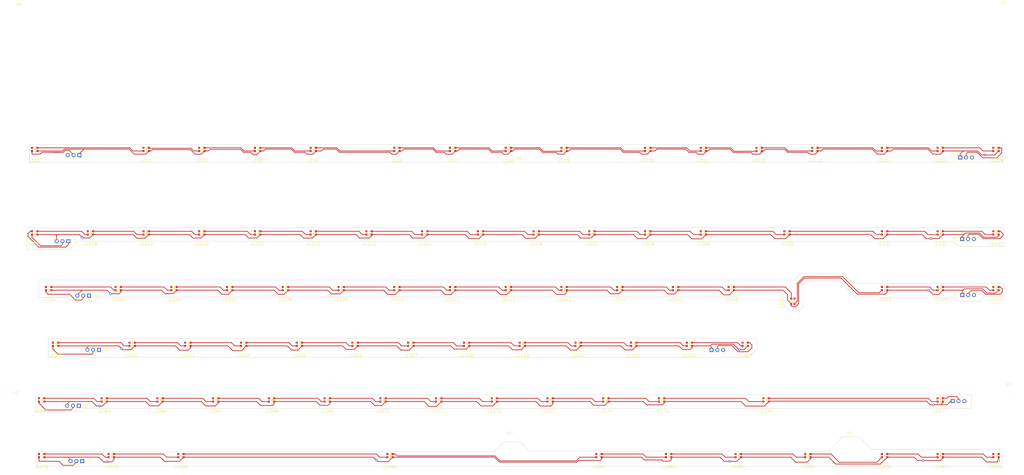
<source format=kicad_pcb>
(kicad_pcb (version 20171130) (host pcbnew "(5.1.10)-1")
  (title_block (title EnvKB) (date 2021-04-06) (rev Rev.1))
  (layers (0 F.Cu signal) (31 B.Cu signal) (35 F.Paste user) (37 F.SilkS user) (38 B.Mask user) (39 F.Mask user) (44 Edge.Cuts user))
  (net 0 "")
  (net 1 USBVBUS)
  (net 2 GND)
  (net 3 "Net-(LED1-Pad2)")
  (net 4 "Net-(LED2-Pad2)")
  (net 5 "Net-(LED3-Pad2)")
  (net 6 "Net-(LED4-Pad2)")
  (net 7 "Net-(LED5-Pad2)")
  (net 8 "Net-(LED6-Pad2)")
  (net 9 "Net-(LED7-Pad2)")
  (net 10 "Net-(LED8-Pad2)")
  (net 11 "Net-(LED10-Pad4)")
  (net 12 "Net-(LED10-Pad2)")
  (net 13 "Net-(LED11-Pad2)")
  (net 14 "Net-(LED12-Pad2)")
  (net 15 "Net-(LED13-Pad2)")
  (net 16 "Net-(LED14-Pad2)")
  (net 17 "Net-(LED15-Pad2)")
  (net 18 "Net-(LED17-Pad2)")
  (net 19 "Net-(LED18-Pad2)")
  (net 20 "Net-(LED19-Pad2)")
  (net 21 "Net-(LED20-Pad2)")
  (net 22 "Net-(LED21-Pad2)")
  (net 23 "Net-(LED22-Pad2)")
  (net 24 "Net-(LED23-Pad2)")
  (net 25 "Net-(LED24-Pad2)")
  (net 26 "Net-(LED25-Pad2)")
  (net 27 "Net-(LED26-Pad2)")
  (net 28 "Net-(LED27-Pad2)")
  (net 29 "Net-(LED28-Pad2)")
  (net 30 "Net-(LED29-Pad2)")
  (net 31 "Net-(LED30-Pad2)")
  (net 32 "Net-(LED31-Pad2)")
  (net 33 "Net-(LED32-Pad2)")
  (net 34 "Net-(LED34-Pad2)")
  (net 35 "Net-(LED35-Pad2)")
  (net 36 "Net-(LED36-Pad2)")
  (net 37 "Net-(LED37-Pad2)")
  (net 38 "Net-(LED38-Pad2)")
  (net 39 "Net-(LED39-Pad2)")
  (net 40 "Net-(LED40-Pad2)")
  (net 41 "Net-(LED41-Pad2)")
  (net 42 "Net-(LED42-Pad2)")
  (net 43 "Net-(LED43-Pad2)")
  (net 44 "Net-(LED44-Pad2)")
  (net 45 "Net-(LED45-Pad2)")
  (net 46 "Net-(LED46-Pad2)")
  (net 47 "Net-(LED47-Pad2)")
  (net 48 "Net-(LED48-Pad2)")
  (net 49 "Net-(LED49-Pad2)")
  (net 50 "Net-(LED51-Pad2)")
  (net 51 "Net-(LED52-Pad2)")
  (net 52 "Net-(LED53-Pad2)")
  (net 53 "Net-(LED54-Pad2)")
  (net 54 "Net-(LED55-Pad2)")
  (net 55 "Net-(LED56-Pad2)")
  (net 56 "Net-(LED57-Pad2)")
  (net 57 "Net-(LED58-Pad2)")
  (net 58 "Net-(LED59-Pad2)")
  (net 59 "Net-(LED60-Pad2)")
  (net 60 "Net-(LED61-Pad2)")
  (net 61 "Net-(LED62-Pad2)")
  (net 62 "Net-(LED64-Pad2)")
  (net 63 "Net-(LED65-Pad2)")
  (net 64 "Net-(LED66-Pad2)")
  (net 65 "Net-(LED67-Pad2)")
  (net 66 "Net-(LED68-Pad2)")
  (net 67 "Net-(LED69-Pad2)")
  (net 68 "Net-(LED70-Pad2)")
  (net 69 "Net-(LED71-Pad2)")
  (net 70 "Net-(LED72-Pad2)")
  (net 71 "Net-(LED73-Pad2)")
  (net 72 "Net-(LED74-Pad2)")
  (net 73 "Net-(LED75-Pad2)")
  (net 74 "Net-(LED76-Pad2)")
  (net 75 "Net-(LED78-Pad2)")
  (net 76 "Net-(LED79-Pad2)")
  (net 77 "Net-(LED80-Pad2)")
  (net 78 "Net-(LED81-Pad2)")
  (net 79 "Net-(LED82-Pad2)")
  (net 80 "Net-(LED83-Pad2)")
  (net 81 "Net-(LED84-Pad2)")
  (net 82 "Net-(LED85-Pad2)")
  (net 83 "Net-(LED86-Pad2)")
  (net 84 "Net-(LED87-Pad2)")
  (net 85 "Net-(LED88-Pad2)")
  (net 86 LEDPIN)
  (net 87 "Net-(LED87-Pad4)")
  (net 88 "Net-(J2-Pad2)")
  (net 89 "Net-(J3-Pad2)")
  (net 90 "Net-(J4-Pad2)")
  (net 91 "Net-(J5-Pad2)")
  (net 92 "Net-(J6-Pad2)")
  (net 93 "Net-(J7-Pad2)")
  (net 94 "Net-(J8-Pad2)")
  (net 95 "Net-(J9-Pad2)")
  (net 96 "Net-(J10-Pad2)")
  (net 97 "Net-(J11-Pad2)")
  (module MountingHole:MountingHole_5mm (layer F.Cu) (at 41.267 63.405)
    (fp_text reference H0 (at 0 -6) (layer F.SilkS))
    (fp_text value MountingHole)
    (pad 1 np_thru_hole circle (at 0 0) (size 5 5) (drill 5) (layers *.Cu *.Mask) (net 2 GND))
  )
  (module MountingHole:MountingHole_5mm (layer F.Cu) (at 377.867 62.705)
    (fp_text reference H1 (at 0 -6) (layer F.SilkS))
    (fp_text value MountingHole)
    (pad 1 np_thru_hole circle (at 0 0) (size 5 5) (drill 5) (layers *.Cu *.Mask) (net 2 GND))
  )
  (module Connector_PinSocket_2.00mm:PinSocket_1x03_P2.00mm_Vertical (layer F.Cu) (at 363.85 156.8 90)
    (fp_text reference J11 (at 0 -2.5 90) (layer F.SilkS))
    (fp_text value Conn_01x04)
    (pad 3 thru_hole oval (at 0 4 90) (size 1.35 1.35) (drill 0.8) (layers *.Cu *.Mask) (net 2 GND))
    (pad 2 thru_hole oval (at 0 2 90) (size 1.35 1.35) (drill 0.8) (layers *.Cu *.Mask) (net 97 "Net-(J11-Pad2)"))
    (pad 1 thru_hole rect (at 0 0 90) (size 1.35 1.35) (drill 0.8) (layers *.Cu *.Mask) (net 1 USBVBUS))
  )
  (module Connector_PinSocket_2.00mm:PinSocket_1x03_P2.00mm_Vertical (layer F.Cu) (at 363.15 109.75 90)
    (fp_text reference J10 (at 0 -2.5 90) (layer F.SilkS))
    (fp_text value Conn_01x04)
    (pad 3 thru_hole oval (at 0 4 90) (size 1.35 1.35) (drill 0.8) (layers *.Cu *.Mask) (net 2 GND))
    (pad 2 thru_hole oval (at 0 2 90) (size 1.35 1.35) (drill 0.8) (layers *.Cu *.Mask) (net 96 "Net-(J10-Pad2)"))
    (pad 1 thru_hole rect (at 0 0 90) (size 1.35 1.35) (drill 0.8) (layers *.Cu *.Mask) (net 1 USBVBUS))
  )
  (module Connector_PinSocket_2.00mm:PinSocket_1x03_P2.00mm_Vertical (layer F.Cu) (at 363.8 137.65 90)
    (fp_text reference J9 (at 0 -2.5 90) (layer F.SilkS))
    (fp_text value Conn_01x04)
    (pad 3 thru_hole oval (at 0 4 90) (size 1.35 1.35) (drill 0.8) (layers *.Cu *.Mask) (net 2 GND))
    (pad 2 thru_hole oval (at 0 2 90) (size 1.35 1.35) (drill 0.8) (layers *.Cu *.Mask) (net 95 "Net-(J9-Pad2)"))
    (pad 1 thru_hole rect (at 0 0 90) (size 1.35 1.35) (drill 0.8) (layers *.Cu *.Mask) (net 1 USBVBUS))
  )
  (module Connector_PinSocket_2.00mm:PinSocket_1x03_P2.00mm_Vertical (layer F.Cu) (at 360.55 193.1 90)
    (fp_text reference J8 (at 0 -2.5 90) (layer F.SilkS))
    (fp_text value Conn_01x04)
    (pad 3 thru_hole oval (at 0 4 90) (size 1.35 1.35) (drill 0.8) (layers *.Cu *.Mask) (net 2 GND))
    (pad 2 thru_hole oval (at 0 2 90) (size 1.35 1.35) (drill 0.8) (layers *.Cu *.Mask) (net 94 "Net-(J8-Pad2)"))
    (pad 1 thru_hole rect (at 0 0 90) (size 1.35 1.35) (drill 0.8) (layers *.Cu *.Mask) (net 1 USBVBUS))
  )
  (module Connector_PinSocket_2.00mm:PinSocket_1x03_P2.00mm_Vertical (layer F.Cu) (at 278.1 175.6 90)
    (fp_text reference J7 (at 0 -2.5 90) (layer F.SilkS))
    (fp_text value Conn_01x04)
    (pad 3 thru_hole oval (at 0 4 90) (size 1.35 1.35) (drill 0.8) (layers *.Cu *.Mask) (net 2 GND))
    (pad 2 thru_hole oval (at 0 2 90) (size 1.35 1.35) (drill 0.8) (layers *.Cu *.Mask) (net 93 "Net-(J7-Pad2)"))
    (pad 1 thru_hole rect (at 0 0 90) (size 1.35 1.35) (drill 0.8) (layers *.Cu *.Mask) (net 1 USBVBUS))
  )
  (module Connector_PinSocket_2.00mm:PinSocket_1x03_P2.00mm_Vertical (layer F.Cu) (at 61.85 194.7 270)
    (fp_text reference J6 (at 0 -2.5 90) (layer F.SilkS))
    (fp_text value Conn_01x04)
    (pad 3 thru_hole oval (at 0 4 270) (size 1.35 1.35) (drill 0.8) (layers *.Cu *.Mask) (net 1 USBVBUS))
    (pad 2 thru_hole oval (at 0 2 270) (size 1.35 1.35) (drill 0.8) (layers *.Cu *.Mask) (net 92 "Net-(J6-Pad2)"))
    (pad 1 thru_hole rect (at 0 0 270) (size 1.35 1.35) (drill 0.8) (layers *.Cu *.Mask) (net 2 GND))
  )
  (module Connector_PinSocket_2.00mm:PinSocket_1x03_P2.00mm_Vertical (layer F.Cu) (at 68.75 175.55 270)
    (fp_text reference J5 (at 0 -2.5 90) (layer F.SilkS))
    (fp_text value Conn_01x04)
    (pad 3 thru_hole oval (at 0 4 270) (size 1.35 1.35) (drill 0.8) (layers *.Cu *.Mask) (net 1 USBVBUS))
    (pad 2 thru_hole oval (at 0 2 270) (size 1.35 1.35) (drill 0.8) (layers *.Cu *.Mask) (net 91 "Net-(J5-Pad2)"))
    (pad 1 thru_hole rect (at 0 0 270) (size 1.35 1.35) (drill 0.8) (layers *.Cu *.Mask) (net 2 GND))
  )
  (module Connector_PinSocket_2.00mm:PinSocket_1x03_P2.00mm_Vertical (layer F.Cu) (at 65.35 157 270)
    (fp_text reference J4 (at 0 -2.5 90) (layer F.SilkS))
    (fp_text value Conn_01x04)
    (pad 3 thru_hole oval (at 0 4 270) (size 1.35 1.35) (drill 0.8) (layers *.Cu *.Mask) (net 1 USBVBUS))
    (pad 2 thru_hole oval (at 0 2 270) (size 1.35 1.35) (drill 0.8) (layers *.Cu *.Mask) (net 90 "Net-(J4-Pad2)"))
    (pad 1 thru_hole rect (at 0 0 270) (size 1.35 1.35) (drill 0.8) (layers *.Cu *.Mask) (net 2 GND))
  )
  (module Connector_PinSocket_2.00mm:PinSocket_1x03_P2.00mm_Vertical (layer F.Cu) (at 58.25 138.4 270)
    (fp_text reference J3 (at 0 -2.5 90) (layer F.SilkS))
    (fp_text value Conn_01x04)
    (pad 3 thru_hole oval (at 0 4 270) (size 1.35 1.35) (drill 0.8) (layers *.Cu *.Mask) (net 1 USBVBUS))
    (pad 2 thru_hole oval (at 0 2 270) (size 1.35 1.35) (drill 0.8) (layers *.Cu *.Mask) (net 89 "Net-(J3-Pad2)"))
    (pad 1 thru_hole rect (at 0 0 270) (size 1.35 1.35) (drill 0.8) (layers *.Cu *.Mask) (net 2 GND))
  )
  (module Connector_PinSocket_2.00mm:PinSocket_1x03_P2.00mm_Vertical (layer F.Cu) (at 63 213.65 270)
    (fp_text reference J2 (at 0 -2.5 90) (layer F.SilkS))
    (fp_text value Conn_01x04)
    (pad 3 thru_hole oval (at 0 4 270) (size 1.35 1.35) (drill 0.8) (layers *.Cu *.Mask) (net 1 USBVBUS))
    (pad 2 thru_hole oval (at 0 2 270) (size 1.35 1.35) (drill 0.8) (layers *.Cu *.Mask) (net 88 "Net-(J2-Pad2)"))
    (pad 1 thru_hole rect (at 0 0 270) (size 1.35 1.35) (drill 0.8) (layers *.Cu *.Mask) (net 2 GND))
  )
  (module Connector_PinSocket_2.00mm:PinSocket_1x03_P2.00mm_Vertical (layer F.Cu) (at 62.05 108.95 270)
    (fp_text reference J1 (at 0 -2.5 90) (layer F.SilkS))
    (fp_text value Conn_01x04)
    (pad 3 thru_hole oval (at 0 4 270) (size 1.35 1.35) (drill 0.8) (layers *.Cu *.Mask) (net 2 GND))
    (pad 2 thru_hole oval (at 0 2 270) (size 1.35 1.35) (drill 0.8) (layers *.Cu *.Mask) (net 86 LEDPIN))
    (pad 1 thru_hole rect (at 0 0 270) (size 1.35 1.35) (drill 0.8) (layers *.Cu *.Mask) (net 1 USBVBUS))
  )
  (module MountingHole:MountingHole_5mm (layer F.Cu) (at 376.075 116.06)
    (fp_text reference H10 (at 0 -6) (layer F.SilkS))
    (fp_text value MountingHole)
    (pad 1 np_thru_hole circle (at 0 0) (size 5 5) (drill 5) (layers *.Cu *.Mask) (net 2 GND))
  )
  (module MountingHole:MountingHole_5mm (layer F.Cu) (at 48.375 116.085)
    (fp_text reference H9 (at 0 -6) (layer F.SilkS))
    (fp_text value MountingHole)
    (pad 1 np_thru_hole circle (at 0 0) (size 5 5) (drill 5) (layers *.Cu *.Mask) (net 2 GND))
  )
  (module MountingHole:MountingHole_5mm (layer F.Cu) (at 209.225 210.185)
    (fp_text reference H7 (at 0 -6) (layer F.SilkS))
    (fp_text value MountingHole)
    (pad 1 np_thru_hole circle (at 0 0) (size 5 5) (drill 5) (layers *.Cu *.Mask) (net 2 GND))
  )
  (module MountingHole:MountingHole_5mm (layer F.Cu) (at 212.225 116.085)
    (fp_text reference H6 (at 0 -6) (layer F.SilkS))
    (fp_text value MountingHole)
    (pad 1 np_thru_hole circle (at 0 0) (size 5 5) (drill 5) (layers *.Cu *.Mask) (net 2 GND))
  )
  (module MountingHole:MountingHole_5mm (layer F.Cu) (at 325.267 209.905)
    (fp_text reference H4 (at 0 -6) (layer F.SilkS))
    (fp_text value MountingHole)
    (pad 1 np_thru_hole circle (at 0 0) (size 5 5) (drill 5) (layers *.Cu *.Mask) (net 2 GND))
  )
  (module MountingHole:MountingHole_5mm (layer F.Cu) (at 40.167 196.305)
    (fp_text reference H3 (at 0 -6) (layer F.SilkS))
    (fp_text value MountingHole)
    (pad 1 np_thru_hole circle (at 0 0) (size 5 5) (drill 5) (layers *.Cu *.Mask) (net 2 GND))
  )
  (module MountingHole:MountingHole_5mm (layer F.Cu) (at 379.667 193.405)
    (fp_text reference H2 (at 0 -6) (layer F.SilkS))
    (fp_text value MountingHole)
    (pad 1 np_thru_hole circle (at 0 0) (size 5 5) (drill 5) (layers *.Cu *.Mask) (net 2 GND))
  )
  (module EM_Extras:WS2812-2020 (layer F.Cu) (at 375.3625 211.76)
    (fp_text reference LED88 (at 0 3.8) (layer F.SilkS))
    (fp_text value SK6812MINI-E)
    (pad 4 smd rect (at -0.915 0.55) (size 0.7 0.7) (layers F.Cu F.Paste F.Mask) (net 84 "Net-(LED87-Pad2)"))
    (pad 3 smd rect (at -0.915 -0.55) (size 0.7 0.7) (layers F.Cu F.Paste F.Mask) (net 2 GND))
    (pad 2 smd rect (at 0.915 -0.55) (size 0.7 0.7) (layers F.Cu F.Paste F.Mask) (net 85 "Net-(LED88-Pad2)"))
    (pad 1 smd rect (at 0.915 0.55) (size 0.7 0.7) (layers F.Cu F.Paste F.Mask) (net 1 USBVBUS))
  )
  (module EM_Extras:WS2812-2020 (layer F.Cu) (at 356.3125 211.76)
    (fp_text reference LED87 (at 0 3.8) (layer F.SilkS))
    (fp_text value SK6812MINI-E)
    (pad 4 smd rect (at -0.915 0.55) (size 0.7 0.7) (layers F.Cu F.Paste F.Mask) (net 87 "Net-(LED87-Pad4)"))
    (pad 3 smd rect (at -0.915 -0.55) (size 0.7 0.7) (layers F.Cu F.Paste F.Mask) (net 2 GND))
    (pad 2 smd rect (at 0.915 -0.55) (size 0.7 0.7) (layers F.Cu F.Paste F.Mask) (net 84 "Net-(LED87-Pad2)"))
    (pad 1 smd rect (at 0.915 0.55) (size 0.7 0.7) (layers F.Cu F.Paste F.Mask) (net 1 USBVBUS))
  )
  (module EM_Extras:WS2812-2020 (layer F.Cu) (at 337.2625 211.76)
    (fp_text reference LED86 (at 0 3.8) (layer F.SilkS))
    (fp_text value SK6812MINI-E)
    (pad 4 smd rect (at -0.915 0.55) (size 0.7 0.7) (layers F.Cu F.Paste F.Mask) (net 82 "Net-(LED85-Pad2)"))
    (pad 3 smd rect (at -0.915 -0.55) (size 0.7 0.7) (layers F.Cu F.Paste F.Mask) (net 2 GND))
    (pad 2 smd rect (at 0.915 -0.55) (size 0.7 0.7) (layers F.Cu F.Paste F.Mask) (net 83 "Net-(LED86-Pad2)"))
    (pad 1 smd rect (at 0.915 0.55) (size 0.7 0.7) (layers F.Cu F.Paste F.Mask) (net 1 USBVBUS))
  )
  (module EM_Extras:WS2812-2020 (layer F.Cu) (at 311.06875 211.76)
    (fp_text reference LED85 (at 0 3.8) (layer F.SilkS))
    (fp_text value SK6812MINI-E)
    (pad 4 smd rect (at -0.915 0.55) (size 0.7 0.7) (layers F.Cu F.Paste F.Mask) (net 81 "Net-(LED84-Pad2)"))
    (pad 3 smd rect (at -0.915 -0.55) (size 0.7 0.7) (layers F.Cu F.Paste F.Mask) (net 2 GND))
    (pad 2 smd rect (at 0.915 -0.55) (size 0.7 0.7) (layers F.Cu F.Paste F.Mask) (net 82 "Net-(LED85-Pad2)"))
    (pad 1 smd rect (at 0.915 0.55) (size 0.7 0.7) (layers F.Cu F.Paste F.Mask) (net 1 USBVBUS))
  )
  (module EM_Extras:WS2812-2020 (layer F.Cu) (at 287.25625 211.76)
    (fp_text reference LED84 (at 0 3.8) (layer F.SilkS))
    (fp_text value SK6812MINI-E)
    (pad 4 smd rect (at -0.915 0.55) (size 0.7 0.7) (layers F.Cu F.Paste F.Mask) (net 80 "Net-(LED83-Pad2)"))
    (pad 3 smd rect (at -0.915 -0.55) (size 0.7 0.7) (layers F.Cu F.Paste F.Mask) (net 2 GND))
    (pad 2 smd rect (at 0.915 -0.55) (size 0.7 0.7) (layers F.Cu F.Paste F.Mask) (net 81 "Net-(LED84-Pad2)"))
    (pad 1 smd rect (at 0.915 0.55) (size 0.7 0.7) (layers F.Cu F.Paste F.Mask) (net 1 USBVBUS))
  )
  (module EM_Extras:WS2812-2020 (layer F.Cu) (at 263.44375 211.76)
    (fp_text reference LED83 (at 0 3.8) (layer F.SilkS))
    (fp_text value SK6812MINI-E)
    (pad 4 smd rect (at -0.915 0.55) (size 0.7 0.7) (layers F.Cu F.Paste F.Mask) (net 79 "Net-(LED82-Pad2)"))
    (pad 3 smd rect (at -0.915 -0.55) (size 0.7 0.7) (layers F.Cu F.Paste F.Mask) (net 2 GND))
    (pad 2 smd rect (at 0.915 -0.55) (size 0.7 0.7) (layers F.Cu F.Paste F.Mask) (net 80 "Net-(LED83-Pad2)"))
    (pad 1 smd rect (at 0.915 0.55) (size 0.7 0.7) (layers F.Cu F.Paste F.Mask) (net 1 USBVBUS))
  )
  (module EM_Extras:WS2812-2020 (layer F.Cu) (at 239.63125 211.76)
    (fp_text reference LED82 (at 0 3.8) (layer F.SilkS))
    (fp_text value SK6812MINI-E)
    (pad 4 smd rect (at -0.915 0.55) (size 0.7 0.7) (layers F.Cu F.Paste F.Mask) (net 78 "Net-(LED81-Pad2)"))
    (pad 3 smd rect (at -0.915 -0.55) (size 0.7 0.7) (layers F.Cu F.Paste F.Mask) (net 2 GND))
    (pad 2 smd rect (at 0.915 -0.55) (size 0.7 0.7) (layers F.Cu F.Paste F.Mask) (net 79 "Net-(LED82-Pad2)"))
    (pad 1 smd rect (at 0.915 0.55) (size 0.7 0.7) (layers F.Cu F.Paste F.Mask) (net 1 USBVBUS))
  )
  (module EM_Extras:WS2812-2020 (layer F.Cu) (at 168.19375 211.76)
    (fp_text reference LED81 (at 0 3.8) (layer F.SilkS))
    (fp_text value SK6812MINI-E)
    (pad 4 smd rect (at -0.915 0.55) (size 0.7 0.7) (layers F.Cu F.Paste F.Mask) (net 77 "Net-(LED80-Pad2)"))
    (pad 3 smd rect (at -0.915 -0.55) (size 0.7 0.7) (layers F.Cu F.Paste F.Mask) (net 2 GND))
    (pad 2 smd rect (at 0.915 -0.55) (size 0.7 0.7) (layers F.Cu F.Paste F.Mask) (net 78 "Net-(LED81-Pad2)"))
    (pad 1 smd rect (at 0.915 0.55) (size 0.7 0.7) (layers F.Cu F.Paste F.Mask) (net 1 USBVBUS))
  )
  (module EM_Extras:WS2812-2020 (layer F.Cu) (at 96.75625 211.76)
    (fp_text reference LED80 (at 0 3.8) (layer F.SilkS))
    (fp_text value SK6812MINI-E)
    (pad 4 smd rect (at -0.915 0.55) (size 0.7 0.7) (layers F.Cu F.Paste F.Mask) (net 76 "Net-(LED79-Pad2)"))
    (pad 3 smd rect (at -0.915 -0.55) (size 0.7 0.7) (layers F.Cu F.Paste F.Mask) (net 2 GND))
    (pad 2 smd rect (at 0.915 -0.55) (size 0.7 0.7) (layers F.Cu F.Paste F.Mask) (net 77 "Net-(LED80-Pad2)"))
    (pad 1 smd rect (at 0.915 0.55) (size 0.7 0.7) (layers F.Cu F.Paste F.Mask) (net 1 USBVBUS))
  )
  (module EM_Extras:WS2812-2020 (layer F.Cu) (at 72.94375 211.76)
    (fp_text reference LED79 (at 0 3.8) (layer F.SilkS))
    (fp_text value SK6812MINI-E)
    (pad 4 smd rect (at -0.915 0.55) (size 0.7 0.7) (layers F.Cu F.Paste F.Mask) (net 75 "Net-(LED78-Pad2)"))
    (pad 3 smd rect (at -0.915 -0.55) (size 0.7 0.7) (layers F.Cu F.Paste F.Mask) (net 2 GND))
    (pad 2 smd rect (at 0.915 -0.55) (size 0.7 0.7) (layers F.Cu F.Paste F.Mask) (net 76 "Net-(LED79-Pad2)"))
    (pad 1 smd rect (at 0.915 0.55) (size 0.7 0.7) (layers F.Cu F.Paste F.Mask) (net 1 USBVBUS))
  )
  (module EM_Extras:WS2812-2020 (layer F.Cu) (at 49.13125 211.76)
    (fp_text reference LED78 (at 0 3.8) (layer F.SilkS))
    (fp_text value SK6812MINI-E)
    (pad 4 smd rect (at -0.915 0.55) (size 0.7 0.7) (layers F.Cu F.Paste F.Mask) (net 88 "Net-(J2-Pad2)"))
    (pad 3 smd rect (at -0.915 -0.55) (size 0.7 0.7) (layers F.Cu F.Paste F.Mask) (net 2 GND))
    (pad 2 smd rect (at 0.915 -0.55) (size 0.7 0.7) (layers F.Cu F.Paste F.Mask) (net 75 "Net-(LED78-Pad2)"))
    (pad 1 smd rect (at 0.915 0.55) (size 0.7 0.7) (layers F.Cu F.Paste F.Mask) (net 1 USBVBUS))
  )
  (module EM_Extras:WS2812-2020 (layer F.Cu) (at 356.3125 192.71)
    (fp_text reference LED77 (at 0 3.8) (layer F.SilkS))
    (fp_text value SK6812MINI-E)
    (pad 4 smd rect (at -0.915 0.55) (size 0.7 0.7) (layers F.Cu F.Paste F.Mask) (net 74 "Net-(LED76-Pad2)"))
    (pad 3 smd rect (at -0.915 -0.55) (size 0.7 0.7) (layers F.Cu F.Paste F.Mask) (net 2 GND))
    (pad 2 smd rect (at 0.915 -0.55) (size 0.7 0.7) (layers F.Cu F.Paste F.Mask) (net 94 "Net-(J8-Pad2)"))
    (pad 1 smd rect (at 0.915 0.55) (size 0.7 0.7) (layers F.Cu F.Paste F.Mask) (net 1 USBVBUS))
  )
  (module EM_Extras:WS2812-2020 (layer F.Cu) (at 296.78125 192.71)
    (fp_text reference LED76 (at 0 3.8) (layer F.SilkS))
    (fp_text value SK6812MINI-E)
    (pad 4 smd rect (at -0.915 0.55) (size 0.7 0.7) (layers F.Cu F.Paste F.Mask) (net 73 "Net-(LED75-Pad2)"))
    (pad 3 smd rect (at -0.915 -0.55) (size 0.7 0.7) (layers F.Cu F.Paste F.Mask) (net 2 GND))
    (pad 2 smd rect (at 0.915 -0.55) (size 0.7 0.7) (layers F.Cu F.Paste F.Mask) (net 74 "Net-(LED76-Pad2)"))
    (pad 1 smd rect (at 0.915 0.55) (size 0.7 0.7) (layers F.Cu F.Paste F.Mask) (net 1 USBVBUS))
  )
  (module EM_Extras:WS2812-2020 (layer F.Cu) (at 261.0625 192.71)
    (fp_text reference LED75 (at 0 3.8) (layer F.SilkS))
    (fp_text value SK6812MINI-E)
    (pad 4 smd rect (at -0.915 0.55) (size 0.7 0.7) (layers F.Cu F.Paste F.Mask) (net 72 "Net-(LED74-Pad2)"))
    (pad 3 smd rect (at -0.915 -0.55) (size 0.7 0.7) (layers F.Cu F.Paste F.Mask) (net 2 GND))
    (pad 2 smd rect (at 0.915 -0.55) (size 0.7 0.7) (layers F.Cu F.Paste F.Mask) (net 73 "Net-(LED75-Pad2)"))
    (pad 1 smd rect (at 0.915 0.55) (size 0.7 0.7) (layers F.Cu F.Paste F.Mask) (net 1 USBVBUS))
  )
  (module EM_Extras:WS2812-2020 (layer F.Cu) (at 242.0125 192.71)
    (fp_text reference LED74 (at 0 3.8) (layer F.SilkS))
    (fp_text value SK6812MINI-E)
    (pad 4 smd rect (at -0.915 0.55) (size 0.7 0.7) (layers F.Cu F.Paste F.Mask) (net 71 "Net-(LED73-Pad2)"))
    (pad 3 smd rect (at -0.915 -0.55) (size 0.7 0.7) (layers F.Cu F.Paste F.Mask) (net 2 GND))
    (pad 2 smd rect (at 0.915 -0.55) (size 0.7 0.7) (layers F.Cu F.Paste F.Mask) (net 72 "Net-(LED74-Pad2)"))
    (pad 1 smd rect (at 0.915 0.55) (size 0.7 0.7) (layers F.Cu F.Paste F.Mask) (net 1 USBVBUS))
  )
  (module EM_Extras:WS2812-2020 (layer F.Cu) (at 222.9625 192.71)
    (fp_text reference LED73 (at 0 3.8) (layer F.SilkS))
    (fp_text value SK6812MINI-E)
    (pad 4 smd rect (at -0.915 0.55) (size 0.7 0.7) (layers F.Cu F.Paste F.Mask) (net 70 "Net-(LED72-Pad2)"))
    (pad 3 smd rect (at -0.915 -0.55) (size 0.7 0.7) (layers F.Cu F.Paste F.Mask) (net 2 GND))
    (pad 2 smd rect (at 0.915 -0.55) (size 0.7 0.7) (layers F.Cu F.Paste F.Mask) (net 71 "Net-(LED73-Pad2)"))
    (pad 1 smd rect (at 0.915 0.55) (size 0.7 0.7) (layers F.Cu F.Paste F.Mask) (net 1 USBVBUS))
  )
  (module EM_Extras:WS2812-2020 (layer F.Cu) (at 203.9125 192.71)
    (fp_text reference LED72 (at 0 3.8) (layer F.SilkS))
    (fp_text value SK6812MINI-E)
    (pad 4 smd rect (at -0.915 0.55) (size 0.7 0.7) (layers F.Cu F.Paste F.Mask) (net 69 "Net-(LED71-Pad2)"))
    (pad 3 smd rect (at -0.915 -0.55) (size 0.7 0.7) (layers F.Cu F.Paste F.Mask) (net 2 GND))
    (pad 2 smd rect (at 0.915 -0.55) (size 0.7 0.7) (layers F.Cu F.Paste F.Mask) (net 70 "Net-(LED72-Pad2)"))
    (pad 1 smd rect (at 0.915 0.55) (size 0.7 0.7) (layers F.Cu F.Paste F.Mask) (net 1 USBVBUS))
  )
  (module EM_Extras:WS2812-2020 (layer F.Cu) (at 184.8625 192.71)
    (fp_text reference LED71 (at 0 3.8) (layer F.SilkS))
    (fp_text value SK6812MINI-E)
    (pad 4 smd rect (at -0.915 0.55) (size 0.7 0.7) (layers F.Cu F.Paste F.Mask) (net 68 "Net-(LED70-Pad2)"))
    (pad 3 smd rect (at -0.915 -0.55) (size 0.7 0.7) (layers F.Cu F.Paste F.Mask) (net 2 GND))
    (pad 2 smd rect (at 0.915 -0.55) (size 0.7 0.7) (layers F.Cu F.Paste F.Mask) (net 69 "Net-(LED71-Pad2)"))
    (pad 1 smd rect (at 0.915 0.55) (size 0.7 0.7) (layers F.Cu F.Paste F.Mask) (net 1 USBVBUS))
  )
  (module EM_Extras:WS2812-2020 (layer F.Cu) (at 165.8125 192.71)
    (fp_text reference LED70 (at 0 3.8) (layer F.SilkS))
    (fp_text value SK6812MINI-E)
    (pad 4 smd rect (at -0.915 0.55) (size 0.7 0.7) (layers F.Cu F.Paste F.Mask) (net 67 "Net-(LED69-Pad2)"))
    (pad 3 smd rect (at -0.915 -0.55) (size 0.7 0.7) (layers F.Cu F.Paste F.Mask) (net 2 GND))
    (pad 2 smd rect (at 0.915 -0.55) (size 0.7 0.7) (layers F.Cu F.Paste F.Mask) (net 68 "Net-(LED70-Pad2)"))
    (pad 1 smd rect (at 0.915 0.55) (size 0.7 0.7) (layers F.Cu F.Paste F.Mask) (net 1 USBVBUS))
  )
  (module EM_Extras:WS2812-2020 (layer F.Cu) (at 146.7625 192.71)
    (fp_text reference LED69 (at 0 3.8) (layer F.SilkS))
    (fp_text value SK6812MINI-E)
    (pad 4 smd rect (at -0.915 0.55) (size 0.7 0.7) (layers F.Cu F.Paste F.Mask) (net 66 "Net-(LED68-Pad2)"))
    (pad 3 smd rect (at -0.915 -0.55) (size 0.7 0.7) (layers F.Cu F.Paste F.Mask) (net 2 GND))
    (pad 2 smd rect (at 0.915 -0.55) (size 0.7 0.7) (layers F.Cu F.Paste F.Mask) (net 67 "Net-(LED69-Pad2)"))
    (pad 1 smd rect (at 0.915 0.55) (size 0.7 0.7) (layers F.Cu F.Paste F.Mask) (net 1 USBVBUS))
  )
  (module EM_Extras:WS2812-2020 (layer F.Cu) (at 127.7125 192.71)
    (fp_text reference LED68 (at 0 3.8) (layer F.SilkS))
    (fp_text value SK6812MINI-E)
    (pad 4 smd rect (at -0.915 0.55) (size 0.7 0.7) (layers F.Cu F.Paste F.Mask) (net 65 "Net-(LED67-Pad2)"))
    (pad 3 smd rect (at -0.915 -0.55) (size 0.7 0.7) (layers F.Cu F.Paste F.Mask) (net 2 GND))
    (pad 2 smd rect (at 0.915 -0.55) (size 0.7 0.7) (layers F.Cu F.Paste F.Mask) (net 66 "Net-(LED68-Pad2)"))
    (pad 1 smd rect (at 0.915 0.55) (size 0.7 0.7) (layers F.Cu F.Paste F.Mask) (net 1 USBVBUS))
  )
  (module EM_Extras:WS2812-2020 (layer F.Cu) (at 108.6625 192.71)
    (fp_text reference LED67 (at 0 3.8) (layer F.SilkS))
    (fp_text value SK6812MINI-E)
    (pad 4 smd rect (at -0.915 0.55) (size 0.7 0.7) (layers F.Cu F.Paste F.Mask) (net 64 "Net-(LED66-Pad2)"))
    (pad 3 smd rect (at -0.915 -0.55) (size 0.7 0.7) (layers F.Cu F.Paste F.Mask) (net 2 GND))
    (pad 2 smd rect (at 0.915 -0.55) (size 0.7 0.7) (layers F.Cu F.Paste F.Mask) (net 65 "Net-(LED67-Pad2)"))
    (pad 1 smd rect (at 0.915 0.55) (size 0.7 0.7) (layers F.Cu F.Paste F.Mask) (net 1 USBVBUS))
  )
  (module EM_Extras:WS2812-2020 (layer F.Cu) (at 89.6125 192.71)
    (fp_text reference LED66 (at 0 3.8) (layer F.SilkS))
    (fp_text value SK6812MINI-E)
    (pad 4 smd rect (at -0.915 0.55) (size 0.7 0.7) (layers F.Cu F.Paste F.Mask) (net 63 "Net-(LED65-Pad2)"))
    (pad 3 smd rect (at -0.915 -0.55) (size 0.7 0.7) (layers F.Cu F.Paste F.Mask) (net 2 GND))
    (pad 2 smd rect (at 0.915 -0.55) (size 0.7 0.7) (layers F.Cu F.Paste F.Mask) (net 64 "Net-(LED66-Pad2)"))
    (pad 1 smd rect (at 0.915 0.55) (size 0.7 0.7) (layers F.Cu F.Paste F.Mask) (net 1 USBVBUS))
  )
  (module EM_Extras:WS2812-2020 (layer F.Cu) (at 70.5625 192.71)
    (fp_text reference LED65 (at 0 3.8) (layer F.SilkS))
    (fp_text value SK6812MINI-E)
    (pad 4 smd rect (at -0.915 0.55) (size 0.7 0.7) (layers F.Cu F.Paste F.Mask) (net 62 "Net-(LED64-Pad2)"))
    (pad 3 smd rect (at -0.915 -0.55) (size 0.7 0.7) (layers F.Cu F.Paste F.Mask) (net 2 GND))
    (pad 2 smd rect (at 0.915 -0.55) (size 0.7 0.7) (layers F.Cu F.Paste F.Mask) (net 63 "Net-(LED65-Pad2)"))
    (pad 1 smd rect (at 0.915 0.55) (size 0.7 0.7) (layers F.Cu F.Paste F.Mask) (net 1 USBVBUS))
  )
  (module EM_Extras:WS2812-2020 (layer F.Cu) (at 49.13125 192.71)
    (fp_text reference LED64 (at 0 3.8) (layer F.SilkS))
    (fp_text value SK6812MINI-E)
    (pad 4 smd rect (at -0.915 0.55) (size 0.7 0.7) (layers F.Cu F.Paste F.Mask) (net 92 "Net-(J6-Pad2)"))
    (pad 3 smd rect (at -0.915 -0.55) (size 0.7 0.7) (layers F.Cu F.Paste F.Mask) (net 2 GND))
    (pad 2 smd rect (at 0.915 -0.55) (size 0.7 0.7) (layers F.Cu F.Paste F.Mask) (net 62 "Net-(LED64-Pad2)"))
    (pad 1 smd rect (at 0.915 0.55) (size 0.7 0.7) (layers F.Cu F.Paste F.Mask) (net 1 USBVBUS))
  )
  (module EM_Extras:WS2812-2020 (layer F.Cu) (at 289.6375 173.66)
    (fp_text reference LED63 (at 0 3.8) (layer F.SilkS))
    (fp_text value SK6812MINI-E)
    (pad 4 smd rect (at -0.915 0.55) (size 0.7 0.7) (layers F.Cu F.Paste F.Mask) (net 61 "Net-(LED62-Pad2)"))
    (pad 3 smd rect (at -0.915 -0.55) (size 0.7 0.7) (layers F.Cu F.Paste F.Mask) (net 2 GND))
    (pad 2 smd rect (at 0.915 -0.55) (size 0.7 0.7) (layers F.Cu F.Paste F.Mask) (net 93 "Net-(J7-Pad2)"))
    (pad 1 smd rect (at 0.915 0.55) (size 0.7 0.7) (layers F.Cu F.Paste F.Mask) (net 1 USBVBUS))
  )
  (module EM_Extras:WS2812-2020 (layer F.Cu) (at 270.5875 173.66)
    (fp_text reference LED62 (at 0 3.8) (layer F.SilkS))
    (fp_text value SK6812MINI-E)
    (pad 4 smd rect (at -0.915 0.55) (size 0.7 0.7) (layers F.Cu F.Paste F.Mask) (net 60 "Net-(LED61-Pad2)"))
    (pad 3 smd rect (at -0.915 -0.55) (size 0.7 0.7) (layers F.Cu F.Paste F.Mask) (net 2 GND))
    (pad 2 smd rect (at 0.915 -0.55) (size 0.7 0.7) (layers F.Cu F.Paste F.Mask) (net 61 "Net-(LED62-Pad2)"))
    (pad 1 smd rect (at 0.915 0.55) (size 0.7 0.7) (layers F.Cu F.Paste F.Mask) (net 1 USBVBUS))
  )
  (module EM_Extras:WS2812-2020 (layer F.Cu) (at 251.5375 173.66)
    (fp_text reference LED61 (at 0 3.8) (layer F.SilkS))
    (fp_text value SK6812MINI-E)
    (pad 4 smd rect (at -0.915 0.55) (size 0.7 0.7) (layers F.Cu F.Paste F.Mask) (net 59 "Net-(LED60-Pad2)"))
    (pad 3 smd rect (at -0.915 -0.55) (size 0.7 0.7) (layers F.Cu F.Paste F.Mask) (net 2 GND))
    (pad 2 smd rect (at 0.915 -0.55) (size 0.7 0.7) (layers F.Cu F.Paste F.Mask) (net 60 "Net-(LED61-Pad2)"))
    (pad 1 smd rect (at 0.915 0.55) (size 0.7 0.7) (layers F.Cu F.Paste F.Mask) (net 1 USBVBUS))
  )
  (module EM_Extras:WS2812-2020 (layer F.Cu) (at 232.4875 173.66)
    (fp_text reference LED60 (at 0 3.8) (layer F.SilkS))
    (fp_text value SK6812MINI-E)
    (pad 4 smd rect (at -0.915 0.55) (size 0.7 0.7) (layers F.Cu F.Paste F.Mask) (net 58 "Net-(LED59-Pad2)"))
    (pad 3 smd rect (at -0.915 -0.55) (size 0.7 0.7) (layers F.Cu F.Paste F.Mask) (net 2 GND))
    (pad 2 smd rect (at 0.915 -0.55) (size 0.7 0.7) (layers F.Cu F.Paste F.Mask) (net 59 "Net-(LED60-Pad2)"))
    (pad 1 smd rect (at 0.915 0.55) (size 0.7 0.7) (layers F.Cu F.Paste F.Mask) (net 1 USBVBUS))
  )
  (module EM_Extras:WS2812-2020 (layer F.Cu) (at 213.4375 173.66)
    (fp_text reference LED59 (at 0 3.8) (layer F.SilkS))
    (fp_text value SK6812MINI-E)
    (pad 4 smd rect (at -0.915 0.55) (size 0.7 0.7) (layers F.Cu F.Paste F.Mask) (net 57 "Net-(LED58-Pad2)"))
    (pad 3 smd rect (at -0.915 -0.55) (size 0.7 0.7) (layers F.Cu F.Paste F.Mask) (net 2 GND))
    (pad 2 smd rect (at 0.915 -0.55) (size 0.7 0.7) (layers F.Cu F.Paste F.Mask) (net 58 "Net-(LED59-Pad2)"))
    (pad 1 smd rect (at 0.915 0.55) (size 0.7 0.7) (layers F.Cu F.Paste F.Mask) (net 1 USBVBUS))
  )
  (module EM_Extras:WS2812-2020 (layer F.Cu) (at 194.3875 173.66)
    (fp_text reference LED58 (at 0 3.8) (layer F.SilkS))
    (fp_text value SK6812MINI-E)
    (pad 4 smd rect (at -0.915 0.55) (size 0.7 0.7) (layers F.Cu F.Paste F.Mask) (net 56 "Net-(LED57-Pad2)"))
    (pad 3 smd rect (at -0.915 -0.55) (size 0.7 0.7) (layers F.Cu F.Paste F.Mask) (net 2 GND))
    (pad 2 smd rect (at 0.915 -0.55) (size 0.7 0.7) (layers F.Cu F.Paste F.Mask) (net 57 "Net-(LED58-Pad2)"))
    (pad 1 smd rect (at 0.915 0.55) (size 0.7 0.7) (layers F.Cu F.Paste F.Mask) (net 1 USBVBUS))
  )
  (module EM_Extras:WS2812-2020 (layer F.Cu) (at 175.3375 173.66)
    (fp_text reference LED57 (at 0 3.8) (layer F.SilkS))
    (fp_text value SK6812MINI-E)
    (pad 4 smd rect (at -0.915 0.55) (size 0.7 0.7) (layers F.Cu F.Paste F.Mask) (net 55 "Net-(LED56-Pad2)"))
    (pad 3 smd rect (at -0.915 -0.55) (size 0.7 0.7) (layers F.Cu F.Paste F.Mask) (net 2 GND))
    (pad 2 smd rect (at 0.915 -0.55) (size 0.7 0.7) (layers F.Cu F.Paste F.Mask) (net 56 "Net-(LED57-Pad2)"))
    (pad 1 smd rect (at 0.915 0.55) (size 0.7 0.7) (layers F.Cu F.Paste F.Mask) (net 1 USBVBUS))
  )
  (module EM_Extras:WS2812-2020 (layer F.Cu) (at 156.2875 173.66)
    (fp_text reference LED56 (at 0 3.8) (layer F.SilkS))
    (fp_text value SK6812MINI-E)
    (pad 4 smd rect (at -0.915 0.55) (size 0.7 0.7) (layers F.Cu F.Paste F.Mask) (net 54 "Net-(LED55-Pad2)"))
    (pad 3 smd rect (at -0.915 -0.55) (size 0.7 0.7) (layers F.Cu F.Paste F.Mask) (net 2 GND))
    (pad 2 smd rect (at 0.915 -0.55) (size 0.7 0.7) (layers F.Cu F.Paste F.Mask) (net 55 "Net-(LED56-Pad2)"))
    (pad 1 smd rect (at 0.915 0.55) (size 0.7 0.7) (layers F.Cu F.Paste F.Mask) (net 1 USBVBUS))
  )
  (module EM_Extras:WS2812-2020 (layer F.Cu) (at 137.2375 173.66)
    (fp_text reference LED55 (at 0 3.8) (layer F.SilkS))
    (fp_text value SK6812MINI-E)
    (pad 4 smd rect (at -0.915 0.55) (size 0.7 0.7) (layers F.Cu F.Paste F.Mask) (net 53 "Net-(LED54-Pad2)"))
    (pad 3 smd rect (at -0.915 -0.55) (size 0.7 0.7) (layers F.Cu F.Paste F.Mask) (net 2 GND))
    (pad 2 smd rect (at 0.915 -0.55) (size 0.7 0.7) (layers F.Cu F.Paste F.Mask) (net 54 "Net-(LED55-Pad2)"))
    (pad 1 smd rect (at 0.915 0.55) (size 0.7 0.7) (layers F.Cu F.Paste F.Mask) (net 1 USBVBUS))
  )
  (module EM_Extras:WS2812-2020 (layer F.Cu) (at 118.1875 173.66)
    (fp_text reference LED54 (at 0 3.8) (layer F.SilkS))
    (fp_text value SK6812MINI-E)
    (pad 4 smd rect (at -0.915 0.55) (size 0.7 0.7) (layers F.Cu F.Paste F.Mask) (net 52 "Net-(LED53-Pad2)"))
    (pad 3 smd rect (at -0.915 -0.55) (size 0.7 0.7) (layers F.Cu F.Paste F.Mask) (net 2 GND))
    (pad 2 smd rect (at 0.915 -0.55) (size 0.7 0.7) (layers F.Cu F.Paste F.Mask) (net 53 "Net-(LED54-Pad2)"))
    (pad 1 smd rect (at 0.915 0.55) (size 0.7 0.7) (layers F.Cu F.Paste F.Mask) (net 1 USBVBUS))
  )
  (module EM_Extras:WS2812-2020 (layer F.Cu) (at 99.1375 173.66)
    (fp_text reference LED53 (at 0 3.8) (layer F.SilkS))
    (fp_text value SK6812MINI-E)
    (pad 4 smd rect (at -0.915 0.55) (size 0.7 0.7) (layers F.Cu F.Paste F.Mask) (net 51 "Net-(LED52-Pad2)"))
    (pad 3 smd rect (at -0.915 -0.55) (size 0.7 0.7) (layers F.Cu F.Paste F.Mask) (net 2 GND))
    (pad 2 smd rect (at 0.915 -0.55) (size 0.7 0.7) (layers F.Cu F.Paste F.Mask) (net 52 "Net-(LED53-Pad2)"))
    (pad 1 smd rect (at 0.915 0.55) (size 0.7 0.7) (layers F.Cu F.Paste F.Mask) (net 1 USBVBUS))
  )
  (module EM_Extras:WS2812-2020 (layer F.Cu) (at 80.0875 173.66)
    (fp_text reference LED52 (at 0 3.8) (layer F.SilkS))
    (fp_text value SK6812MINI-E)
    (pad 4 smd rect (at -0.915 0.55) (size 0.7 0.7) (layers F.Cu F.Paste F.Mask) (net 50 "Net-(LED51-Pad2)"))
    (pad 3 smd rect (at -0.915 -0.55) (size 0.7 0.7) (layers F.Cu F.Paste F.Mask) (net 2 GND))
    (pad 2 smd rect (at 0.915 -0.55) (size 0.7 0.7) (layers F.Cu F.Paste F.Mask) (net 51 "Net-(LED52-Pad2)"))
    (pad 1 smd rect (at 0.915 0.55) (size 0.7 0.7) (layers F.Cu F.Paste F.Mask) (net 1 USBVBUS))
  )
  (module EM_Extras:WS2812-2020 (layer F.Cu) (at 53.89375 173.66)
    (fp_text reference LED51 (at 0 3.8) (layer F.SilkS))
    (fp_text value SK6812MINI-E)
    (pad 4 smd rect (at -0.915 0.55) (size 0.7 0.7) (layers F.Cu F.Paste F.Mask) (net 91 "Net-(J5-Pad2)"))
    (pad 3 smd rect (at -0.915 -0.55) (size 0.7 0.7) (layers F.Cu F.Paste F.Mask) (net 2 GND))
    (pad 2 smd rect (at 0.915 -0.55) (size 0.7 0.7) (layers F.Cu F.Paste F.Mask) (net 50 "Net-(LED51-Pad2)"))
    (pad 1 smd rect (at 0.915 0.55) (size 0.7 0.7) (layers F.Cu F.Paste F.Mask) (net 1 USBVBUS))
  )
  (module EM_Extras:WS2812-2020 (layer F.Cu) (at 375.3625 154.61)
    (fp_text reference LED50 (at 0 3.8) (layer F.SilkS))
    (fp_text value SK6812MINI-E)
    (pad 4 smd rect (at -0.915 0.55) (size 0.7 0.7) (layers F.Cu F.Paste F.Mask) (net 49 "Net-(LED49-Pad2)"))
    (pad 3 smd rect (at -0.915 -0.55) (size 0.7 0.7) (layers F.Cu F.Paste F.Mask) (net 2 GND))
    (pad 2 smd rect (at 0.915 -0.55) (size 0.7 0.7) (layers F.Cu F.Paste F.Mask) (net 97 "Net-(J11-Pad2)"))
    (pad 1 smd rect (at 0.915 0.55) (size 0.7 0.7) (layers F.Cu F.Paste F.Mask) (net 1 USBVBUS))
  )
  (module EM_Extras:WS2812-2020 (layer F.Cu) (at 356.3125 154.61)
    (fp_text reference LED49 (at 0 3.8) (layer F.SilkS))
    (fp_text value SK6812MINI-E)
    (pad 4 smd rect (at -0.915 0.55) (size 0.7 0.7) (layers F.Cu F.Paste F.Mask) (net 48 "Net-(LED48-Pad2)"))
    (pad 3 smd rect (at -0.915 -0.55) (size 0.7 0.7) (layers F.Cu F.Paste F.Mask) (net 2 GND))
    (pad 2 smd rect (at 0.915 -0.55) (size 0.7 0.7) (layers F.Cu F.Paste F.Mask) (net 49 "Net-(LED49-Pad2)"))
    (pad 1 smd rect (at 0.915 0.55) (size 0.7 0.7) (layers F.Cu F.Paste F.Mask) (net 1 USBVBUS))
  )
  (module EM_Extras:WS2812-2020 (layer F.Cu) (at 337.2625 154.61)
    (fp_text reference LED48 (at 0 3.8) (layer F.SilkS))
    (fp_text value SK6812MINI-E)
    (pad 4 smd rect (at -0.915 0.55) (size 0.7 0.7) (layers F.Cu F.Paste F.Mask) (net 47 "Net-(LED47-Pad2)"))
    (pad 3 smd rect (at -0.915 -0.55) (size 0.7 0.7) (layers F.Cu F.Paste F.Mask) (net 2 GND))
    (pad 2 smd rect (at 0.915 -0.55) (size 0.7 0.7) (layers F.Cu F.Paste F.Mask) (net 48 "Net-(LED48-Pad2)"))
    (pad 1 smd rect (at 0.915 0.55) (size 0.7 0.7) (layers F.Cu F.Paste F.Mask) (net 1 USBVBUS))
  )
  (module EM_Extras:WS2812-2020 (layer F.Cu) (at 305.925 158.95 270)
    (fp_text reference LED47 (at 0 3.8 90) (layer F.SilkS))
    (fp_text value SK6812MINI-E)
    (pad 4 smd rect (at -0.915 0.55 270) (size 0.7 0.7) (layers F.Cu F.Paste F.Mask) (net 46 "Net-(LED46-Pad2)"))
    (pad 3 smd rect (at -0.915 -0.55 270) (size 0.7 0.7) (layers F.Cu F.Paste F.Mask) (net 2 GND))
    (pad 2 smd rect (at 0.915 -0.55 270) (size 0.7 0.7) (layers F.Cu F.Paste F.Mask) (net 47 "Net-(LED47-Pad2)"))
    (pad 1 smd rect (at 0.915 0.55 270) (size 0.7 0.7) (layers F.Cu F.Paste F.Mask) (net 1 USBVBUS))
  )
  (module EM_Extras:WS2812-2020 (layer F.Cu) (at 284.875 154.61)
    (fp_text reference LED46 (at 0 3.8) (layer F.SilkS))
    (fp_text value SK6812MINI-E)
    (pad 4 smd rect (at -0.915 0.55) (size 0.7 0.7) (layers F.Cu F.Paste F.Mask) (net 45 "Net-(LED45-Pad2)"))
    (pad 3 smd rect (at -0.915 -0.55) (size 0.7 0.7) (layers F.Cu F.Paste F.Mask) (net 2 GND))
    (pad 2 smd rect (at 0.915 -0.55) (size 0.7 0.7) (layers F.Cu F.Paste F.Mask) (net 46 "Net-(LED46-Pad2)"))
    (pad 1 smd rect (at 0.915 0.55) (size 0.7 0.7) (layers F.Cu F.Paste F.Mask) (net 1 USBVBUS))
  )
  (module EM_Extras:WS2812-2020 (layer F.Cu) (at 265.825 154.61)
    (fp_text reference LED45 (at 0 3.8) (layer F.SilkS))
    (fp_text value SK6812MINI-E)
    (pad 4 smd rect (at -0.915 0.55) (size 0.7 0.7) (layers F.Cu F.Paste F.Mask) (net 44 "Net-(LED44-Pad2)"))
    (pad 3 smd rect (at -0.915 -0.55) (size 0.7 0.7) (layers F.Cu F.Paste F.Mask) (net 2 GND))
    (pad 2 smd rect (at 0.915 -0.55) (size 0.7 0.7) (layers F.Cu F.Paste F.Mask) (net 45 "Net-(LED45-Pad2)"))
    (pad 1 smd rect (at 0.915 0.55) (size 0.7 0.7) (layers F.Cu F.Paste F.Mask) (net 1 USBVBUS))
  )
  (module EM_Extras:WS2812-2020 (layer F.Cu) (at 246.775 154.61)
    (fp_text reference LED44 (at 0 3.8) (layer F.SilkS))
    (fp_text value SK6812MINI-E)
    (pad 4 smd rect (at -0.915 0.55) (size 0.7 0.7) (layers F.Cu F.Paste F.Mask) (net 43 "Net-(LED43-Pad2)"))
    (pad 3 smd rect (at -0.915 -0.55) (size 0.7 0.7) (layers F.Cu F.Paste F.Mask) (net 2 GND))
    (pad 2 smd rect (at 0.915 -0.55) (size 0.7 0.7) (layers F.Cu F.Paste F.Mask) (net 44 "Net-(LED44-Pad2)"))
    (pad 1 smd rect (at 0.915 0.55) (size 0.7 0.7) (layers F.Cu F.Paste F.Mask) (net 1 USBVBUS))
  )
  (module EM_Extras:WS2812-2020 (layer F.Cu) (at 227.725 154.61)
    (fp_text reference LED43 (at 0 3.8) (layer F.SilkS))
    (fp_text value SK6812MINI-E)
    (pad 4 smd rect (at -0.915 0.55) (size 0.7 0.7) (layers F.Cu F.Paste F.Mask) (net 42 "Net-(LED42-Pad2)"))
    (pad 3 smd rect (at -0.915 -0.55) (size 0.7 0.7) (layers F.Cu F.Paste F.Mask) (net 2 GND))
    (pad 2 smd rect (at 0.915 -0.55) (size 0.7 0.7) (layers F.Cu F.Paste F.Mask) (net 43 "Net-(LED43-Pad2)"))
    (pad 1 smd rect (at 0.915 0.55) (size 0.7 0.7) (layers F.Cu F.Paste F.Mask) (net 1 USBVBUS))
  )
  (module EM_Extras:WS2812-2020 (layer F.Cu) (at 208.675 154.61)
    (fp_text reference LED42 (at 0 3.8) (layer F.SilkS))
    (fp_text value SK6812MINI-E)
    (pad 4 smd rect (at -0.915 0.55) (size 0.7 0.7) (layers F.Cu F.Paste F.Mask) (net 41 "Net-(LED41-Pad2)"))
    (pad 3 smd rect (at -0.915 -0.55) (size 0.7 0.7) (layers F.Cu F.Paste F.Mask) (net 2 GND))
    (pad 2 smd rect (at 0.915 -0.55) (size 0.7 0.7) (layers F.Cu F.Paste F.Mask) (net 42 "Net-(LED42-Pad2)"))
    (pad 1 smd rect (at 0.915 0.55) (size 0.7 0.7) (layers F.Cu F.Paste F.Mask) (net 1 USBVBUS))
  )
  (module EM_Extras:WS2812-2020 (layer F.Cu) (at 189.625 154.61)
    (fp_text reference LED41 (at 0 3.8) (layer F.SilkS))
    (fp_text value SK6812MINI-E)
    (pad 4 smd rect (at -0.915 0.55) (size 0.7 0.7) (layers F.Cu F.Paste F.Mask) (net 40 "Net-(LED40-Pad2)"))
    (pad 3 smd rect (at -0.915 -0.55) (size 0.7 0.7) (layers F.Cu F.Paste F.Mask) (net 2 GND))
    (pad 2 smd rect (at 0.915 -0.55) (size 0.7 0.7) (layers F.Cu F.Paste F.Mask) (net 41 "Net-(LED41-Pad2)"))
    (pad 1 smd rect (at 0.915 0.55) (size 0.7 0.7) (layers F.Cu F.Paste F.Mask) (net 1 USBVBUS))
  )
  (module EM_Extras:WS2812-2020 (layer F.Cu) (at 170.575 154.61)
    (fp_text reference LED40 (at 0 3.8) (layer F.SilkS))
    (fp_text value SK6812MINI-E)
    (pad 4 smd rect (at -0.915 0.55) (size 0.7 0.7) (layers F.Cu F.Paste F.Mask) (net 39 "Net-(LED39-Pad2)"))
    (pad 3 smd rect (at -0.915 -0.55) (size 0.7 0.7) (layers F.Cu F.Paste F.Mask) (net 2 GND))
    (pad 2 smd rect (at 0.915 -0.55) (size 0.7 0.7) (layers F.Cu F.Paste F.Mask) (net 40 "Net-(LED40-Pad2)"))
    (pad 1 smd rect (at 0.915 0.55) (size 0.7 0.7) (layers F.Cu F.Paste F.Mask) (net 1 USBVBUS))
  )
  (module EM_Extras:WS2812-2020 (layer F.Cu) (at 151.525 154.61)
    (fp_text reference LED39 (at 0 3.8) (layer F.SilkS))
    (fp_text value SK6812MINI-E)
    (pad 4 smd rect (at -0.915 0.55) (size 0.7 0.7) (layers F.Cu F.Paste F.Mask) (net 38 "Net-(LED38-Pad2)"))
    (pad 3 smd rect (at -0.915 -0.55) (size 0.7 0.7) (layers F.Cu F.Paste F.Mask) (net 2 GND))
    (pad 2 smd rect (at 0.915 -0.55) (size 0.7 0.7) (layers F.Cu F.Paste F.Mask) (net 39 "Net-(LED39-Pad2)"))
    (pad 1 smd rect (at 0.915 0.55) (size 0.7 0.7) (layers F.Cu F.Paste F.Mask) (net 1 USBVBUS))
  )
  (module EM_Extras:WS2812-2020 (layer F.Cu) (at 132.475 154.61)
    (fp_text reference LED38 (at 0 3.8) (layer F.SilkS))
    (fp_text value SK6812MINI-E)
    (pad 4 smd rect (at -0.915 0.55) (size 0.7 0.7) (layers F.Cu F.Paste F.Mask) (net 37 "Net-(LED37-Pad2)"))
    (pad 3 smd rect (at -0.915 -0.55) (size 0.7 0.7) (layers F.Cu F.Paste F.Mask) (net 2 GND))
    (pad 2 smd rect (at 0.915 -0.55) (size 0.7 0.7) (layers F.Cu F.Paste F.Mask) (net 38 "Net-(LED38-Pad2)"))
    (pad 1 smd rect (at 0.915 0.55) (size 0.7 0.7) (layers F.Cu F.Paste F.Mask) (net 1 USBVBUS))
  )
  (module EM_Extras:WS2812-2020 (layer F.Cu) (at 113.425 154.61)
    (fp_text reference LED37 (at 0 3.8) (layer F.SilkS))
    (fp_text value SK6812MINI-E)
    (pad 4 smd rect (at -0.915 0.55) (size 0.7 0.7) (layers F.Cu F.Paste F.Mask) (net 36 "Net-(LED36-Pad2)"))
    (pad 3 smd rect (at -0.915 -0.55) (size 0.7 0.7) (layers F.Cu F.Paste F.Mask) (net 2 GND))
    (pad 2 smd rect (at 0.915 -0.55) (size 0.7 0.7) (layers F.Cu F.Paste F.Mask) (net 37 "Net-(LED37-Pad2)"))
    (pad 1 smd rect (at 0.915 0.55) (size 0.7 0.7) (layers F.Cu F.Paste F.Mask) (net 1 USBVBUS))
  )
  (module EM_Extras:WS2812-2020 (layer F.Cu) (at 94.375 154.61)
    (fp_text reference LED36 (at 0 3.8) (layer F.SilkS))
    (fp_text value SK6812MINI-E)
    (pad 4 smd rect (at -0.915 0.55) (size 0.7 0.7) (layers F.Cu F.Paste F.Mask) (net 35 "Net-(LED35-Pad2)"))
    (pad 3 smd rect (at -0.915 -0.55) (size 0.7 0.7) (layers F.Cu F.Paste F.Mask) (net 2 GND))
    (pad 2 smd rect (at 0.915 -0.55) (size 0.7 0.7) (layers F.Cu F.Paste F.Mask) (net 36 "Net-(LED36-Pad2)"))
    (pad 1 smd rect (at 0.915 0.55) (size 0.7 0.7) (layers F.Cu F.Paste F.Mask) (net 1 USBVBUS))
  )
  (module EM_Extras:WS2812-2020 (layer F.Cu) (at 75.325 154.61)
    (fp_text reference LED35 (at 0 3.8) (layer F.SilkS))
    (fp_text value SK6812MINI-E)
    (pad 4 smd rect (at -0.915 0.55) (size 0.7 0.7) (layers F.Cu F.Paste F.Mask) (net 34 "Net-(LED34-Pad2)"))
    (pad 3 smd rect (at -0.915 -0.55) (size 0.7 0.7) (layers F.Cu F.Paste F.Mask) (net 2 GND))
    (pad 2 smd rect (at 0.915 -0.55) (size 0.7 0.7) (layers F.Cu F.Paste F.Mask) (net 35 "Net-(LED35-Pad2)"))
    (pad 1 smd rect (at 0.915 0.55) (size 0.7 0.7) (layers F.Cu F.Paste F.Mask) (net 1 USBVBUS))
  )
  (module EM_Extras:WS2812-2020 (layer F.Cu) (at 51.5125 154.61)
    (fp_text reference LED34 (at 0 3.8) (layer F.SilkS))
    (fp_text value SK6812MINI-E)
    (pad 4 smd rect (at -0.915 0.55) (size 0.7 0.7) (layers F.Cu F.Paste F.Mask) (net 90 "Net-(J4-Pad2)"))
    (pad 3 smd rect (at -0.915 -0.55) (size 0.7 0.7) (layers F.Cu F.Paste F.Mask) (net 2 GND))
    (pad 2 smd rect (at 0.915 -0.55) (size 0.7 0.7) (layers F.Cu F.Paste F.Mask) (net 34 "Net-(LED34-Pad2)"))
    (pad 1 smd rect (at 0.915 0.55) (size 0.7 0.7) (layers F.Cu F.Paste F.Mask) (net 1 USBVBUS))
  )
  (module EM_Extras:WS2812-2020 (layer F.Cu) (at 375.3625 135.56)
    (fp_text reference LED33 (at 0 3.8) (layer F.SilkS))
    (fp_text value SK6812MINI-E)
    (pad 4 smd rect (at -0.915 0.55) (size 0.7 0.7) (layers F.Cu F.Paste F.Mask) (net 33 "Net-(LED32-Pad2)"))
    (pad 3 smd rect (at -0.915 -0.55) (size 0.7 0.7) (layers F.Cu F.Paste F.Mask) (net 2 GND))
    (pad 2 smd rect (at 0.915 -0.55) (size 0.7 0.7) (layers F.Cu F.Paste F.Mask) (net 95 "Net-(J9-Pad2)"))
    (pad 1 smd rect (at 0.915 0.55) (size 0.7 0.7) (layers F.Cu F.Paste F.Mask) (net 1 USBVBUS))
  )
  (module EM_Extras:WS2812-2020 (layer F.Cu) (at 356.3125 135.56)
    (fp_text reference LED32 (at 0 3.8) (layer F.SilkS))
    (fp_text value SK6812MINI-E)
    (pad 4 smd rect (at -0.915 0.55) (size 0.7 0.7) (layers F.Cu F.Paste F.Mask) (net 32 "Net-(LED31-Pad2)"))
    (pad 3 smd rect (at -0.915 -0.55) (size 0.7 0.7) (layers F.Cu F.Paste F.Mask) (net 2 GND))
    (pad 2 smd rect (at 0.915 -0.55) (size 0.7 0.7) (layers F.Cu F.Paste F.Mask) (net 33 "Net-(LED32-Pad2)"))
    (pad 1 smd rect (at 0.915 0.55) (size 0.7 0.7) (layers F.Cu F.Paste F.Mask) (net 1 USBVBUS))
  )
  (module EM_Extras:WS2812-2020 (layer F.Cu) (at 337.2625 135.56)
    (fp_text reference LED31 (at 0 3.8) (layer F.SilkS))
    (fp_text value SK6812MINI-E)
    (pad 4 smd rect (at -0.915 0.55) (size 0.7 0.7) (layers F.Cu F.Paste F.Mask) (net 31 "Net-(LED30-Pad2)"))
    (pad 3 smd rect (at -0.915 -0.55) (size 0.7 0.7) (layers F.Cu F.Paste F.Mask) (net 2 GND))
    (pad 2 smd rect (at 0.915 -0.55) (size 0.7 0.7) (layers F.Cu F.Paste F.Mask) (net 32 "Net-(LED31-Pad2)"))
    (pad 1 smd rect (at 0.915 0.55) (size 0.7 0.7) (layers F.Cu F.Paste F.Mask) (net 1 USBVBUS))
  )
  (module EM_Extras:WS2812-2020 (layer F.Cu) (at 303.925 135.56)
    (fp_text reference LED30 (at 0 3.8) (layer F.SilkS))
    (fp_text value SK6812MINI-E)
    (pad 4 smd rect (at -0.915 0.55) (size 0.7 0.7) (layers F.Cu F.Paste F.Mask) (net 30 "Net-(LED29-Pad2)"))
    (pad 3 smd rect (at -0.915 -0.55) (size 0.7 0.7) (layers F.Cu F.Paste F.Mask) (net 2 GND))
    (pad 2 smd rect (at 0.915 -0.55) (size 0.7 0.7) (layers F.Cu F.Paste F.Mask) (net 31 "Net-(LED30-Pad2)"))
    (pad 1 smd rect (at 0.915 0.55) (size 0.7 0.7) (layers F.Cu F.Paste F.Mask) (net 1 USBVBUS))
  )
  (module EM_Extras:WS2812-2020 (layer F.Cu) (at 275.35 135.56)
    (fp_text reference LED29 (at 0 3.8) (layer F.SilkS))
    (fp_text value SK6812MINI-E)
    (pad 4 smd rect (at -0.915 0.55) (size 0.7 0.7) (layers F.Cu F.Paste F.Mask) (net 29 "Net-(LED28-Pad2)"))
    (pad 3 smd rect (at -0.915 -0.55) (size 0.7 0.7) (layers F.Cu F.Paste F.Mask) (net 2 GND))
    (pad 2 smd rect (at 0.915 -0.55) (size 0.7 0.7) (layers F.Cu F.Paste F.Mask) (net 30 "Net-(LED29-Pad2)"))
    (pad 1 smd rect (at 0.915 0.55) (size 0.7 0.7) (layers F.Cu F.Paste F.Mask) (net 1 USBVBUS))
  )
  (module EM_Extras:WS2812-2020 (layer F.Cu) (at 256.3 135.56)
    (fp_text reference LED28 (at 0 3.8) (layer F.SilkS))
    (fp_text value SK6812MINI-E)
    (pad 4 smd rect (at -0.915 0.55) (size 0.7 0.7) (layers F.Cu F.Paste F.Mask) (net 28 "Net-(LED27-Pad2)"))
    (pad 3 smd rect (at -0.915 -0.55) (size 0.7 0.7) (layers F.Cu F.Paste F.Mask) (net 2 GND))
    (pad 2 smd rect (at 0.915 -0.55) (size 0.7 0.7) (layers F.Cu F.Paste F.Mask) (net 29 "Net-(LED28-Pad2)"))
    (pad 1 smd rect (at 0.915 0.55) (size 0.7 0.7) (layers F.Cu F.Paste F.Mask) (net 1 USBVBUS))
  )
  (module EM_Extras:WS2812-2020 (layer F.Cu) (at 237.25 135.56)
    (fp_text reference LED27 (at 0 3.8) (layer F.SilkS))
    (fp_text value SK6812MINI-E)
    (pad 4 smd rect (at -0.915 0.55) (size 0.7 0.7) (layers F.Cu F.Paste F.Mask) (net 27 "Net-(LED26-Pad2)"))
    (pad 3 smd rect (at -0.915 -0.55) (size 0.7 0.7) (layers F.Cu F.Paste F.Mask) (net 2 GND))
    (pad 2 smd rect (at 0.915 -0.55) (size 0.7 0.7) (layers F.Cu F.Paste F.Mask) (net 28 "Net-(LED27-Pad2)"))
    (pad 1 smd rect (at 0.915 0.55) (size 0.7 0.7) (layers F.Cu F.Paste F.Mask) (net 1 USBVBUS))
  )
  (module EM_Extras:WS2812-2020 (layer F.Cu) (at 218.2 135.56)
    (fp_text reference LED26 (at 0 3.8) (layer F.SilkS))
    (fp_text value SK6812MINI-E)
    (pad 4 smd rect (at -0.915 0.55) (size 0.7 0.7) (layers F.Cu F.Paste F.Mask) (net 26 "Net-(LED25-Pad2)"))
    (pad 3 smd rect (at -0.915 -0.55) (size 0.7 0.7) (layers F.Cu F.Paste F.Mask) (net 2 GND))
    (pad 2 smd rect (at 0.915 -0.55) (size 0.7 0.7) (layers F.Cu F.Paste F.Mask) (net 27 "Net-(LED26-Pad2)"))
    (pad 1 smd rect (at 0.915 0.55) (size 0.7 0.7) (layers F.Cu F.Paste F.Mask) (net 1 USBVBUS))
  )
  (module EM_Extras:WS2812-2020 (layer F.Cu) (at 199.15 135.56)
    (fp_text reference LED25 (at 0 3.8) (layer F.SilkS))
    (fp_text value SK6812MINI-E)
    (pad 4 smd rect (at -0.915 0.55) (size 0.7 0.7) (layers F.Cu F.Paste F.Mask) (net 25 "Net-(LED24-Pad2)"))
    (pad 3 smd rect (at -0.915 -0.55) (size 0.7 0.7) (layers F.Cu F.Paste F.Mask) (net 2 GND))
    (pad 2 smd rect (at 0.915 -0.55) (size 0.7 0.7) (layers F.Cu F.Paste F.Mask) (net 26 "Net-(LED25-Pad2)"))
    (pad 1 smd rect (at 0.915 0.55) (size 0.7 0.7) (layers F.Cu F.Paste F.Mask) (net 1 USBVBUS))
  )
  (module EM_Extras:WS2812-2020 (layer F.Cu) (at 180.1 135.56)
    (fp_text reference LED24 (at 0 3.8) (layer F.SilkS))
    (fp_text value SK6812MINI-E)
    (pad 4 smd rect (at -0.915 0.55) (size 0.7 0.7) (layers F.Cu F.Paste F.Mask) (net 24 "Net-(LED23-Pad2)"))
    (pad 3 smd rect (at -0.915 -0.55) (size 0.7 0.7) (layers F.Cu F.Paste F.Mask) (net 2 GND))
    (pad 2 smd rect (at 0.915 -0.55) (size 0.7 0.7) (layers F.Cu F.Paste F.Mask) (net 25 "Net-(LED24-Pad2)"))
    (pad 1 smd rect (at 0.915 0.55) (size 0.7 0.7) (layers F.Cu F.Paste F.Mask) (net 1 USBVBUS))
  )
  (module EM_Extras:WS2812-2020 (layer F.Cu) (at 161.05 135.56)
    (fp_text reference LED23 (at 0 3.8) (layer F.SilkS))
    (fp_text value SK6812MINI-E)
    (pad 4 smd rect (at -0.915 0.55) (size 0.7 0.7) (layers F.Cu F.Paste F.Mask) (net 23 "Net-(LED22-Pad2)"))
    (pad 3 smd rect (at -0.915 -0.55) (size 0.7 0.7) (layers F.Cu F.Paste F.Mask) (net 2 GND))
    (pad 2 smd rect (at 0.915 -0.55) (size 0.7 0.7) (layers F.Cu F.Paste F.Mask) (net 24 "Net-(LED23-Pad2)"))
    (pad 1 smd rect (at 0.915 0.55) (size 0.7 0.7) (layers F.Cu F.Paste F.Mask) (net 1 USBVBUS))
  )
  (module EM_Extras:WS2812-2020 (layer F.Cu) (at 142 135.56)
    (fp_text reference LED22 (at 0 3.8) (layer F.SilkS))
    (fp_text value SK6812MINI-E)
    (pad 4 smd rect (at -0.915 0.55) (size 0.7 0.7) (layers F.Cu F.Paste F.Mask) (net 22 "Net-(LED21-Pad2)"))
    (pad 3 smd rect (at -0.915 -0.55) (size 0.7 0.7) (layers F.Cu F.Paste F.Mask) (net 2 GND))
    (pad 2 smd rect (at 0.915 -0.55) (size 0.7 0.7) (layers F.Cu F.Paste F.Mask) (net 23 "Net-(LED22-Pad2)"))
    (pad 1 smd rect (at 0.915 0.55) (size 0.7 0.7) (layers F.Cu F.Paste F.Mask) (net 1 USBVBUS))
  )
  (module EM_Extras:WS2812-2020 (layer F.Cu) (at 122.95 135.56)
    (fp_text reference LED21 (at 0 3.8) (layer F.SilkS))
    (fp_text value SK6812MINI-E)
    (pad 4 smd rect (at -0.915 0.55) (size 0.7 0.7) (layers F.Cu F.Paste F.Mask) (net 21 "Net-(LED20-Pad2)"))
    (pad 3 smd rect (at -0.915 -0.55) (size 0.7 0.7) (layers F.Cu F.Paste F.Mask) (net 2 GND))
    (pad 2 smd rect (at 0.915 -0.55) (size 0.7 0.7) (layers F.Cu F.Paste F.Mask) (net 22 "Net-(LED21-Pad2)"))
    (pad 1 smd rect (at 0.915 0.55) (size 0.7 0.7) (layers F.Cu F.Paste F.Mask) (net 1 USBVBUS))
  )
  (module EM_Extras:WS2812-2020 (layer F.Cu) (at 103.9 135.56)
    (fp_text reference LED20 (at 0 3.8) (layer F.SilkS))
    (fp_text value SK6812MINI-E)
    (pad 4 smd rect (at -0.915 0.55) (size 0.7 0.7) (layers F.Cu F.Paste F.Mask) (net 20 "Net-(LED19-Pad2)"))
    (pad 3 smd rect (at -0.915 -0.55) (size 0.7 0.7) (layers F.Cu F.Paste F.Mask) (net 2 GND))
    (pad 2 smd rect (at 0.915 -0.55) (size 0.7 0.7) (layers F.Cu F.Paste F.Mask) (net 21 "Net-(LED20-Pad2)"))
    (pad 1 smd rect (at 0.915 0.55) (size 0.7 0.7) (layers F.Cu F.Paste F.Mask) (net 1 USBVBUS))
  )
  (module EM_Extras:WS2812-2020 (layer F.Cu) (at 84.85 135.56)
    (fp_text reference LED19 (at 0 3.8) (layer F.SilkS))
    (fp_text value SK6812MINI-E)
    (pad 4 smd rect (at -0.915 0.55) (size 0.7 0.7) (layers F.Cu F.Paste F.Mask) (net 19 "Net-(LED18-Pad2)"))
    (pad 3 smd rect (at -0.915 -0.55) (size 0.7 0.7) (layers F.Cu F.Paste F.Mask) (net 2 GND))
    (pad 2 smd rect (at 0.915 -0.55) (size 0.7 0.7) (layers F.Cu F.Paste F.Mask) (net 20 "Net-(LED19-Pad2)"))
    (pad 1 smd rect (at 0.915 0.55) (size 0.7 0.7) (layers F.Cu F.Paste F.Mask) (net 1 USBVBUS))
  )
  (module EM_Extras:WS2812-2020 (layer F.Cu) (at 65.8 135.56)
    (fp_text reference LED18 (at 0 3.8) (layer F.SilkS))
    (fp_text value SK6812MINI-E)
    (pad 4 smd rect (at -0.915 0.55) (size 0.7 0.7) (layers F.Cu F.Paste F.Mask) (net 18 "Net-(LED17-Pad2)"))
    (pad 3 smd rect (at -0.915 -0.55) (size 0.7 0.7) (layers F.Cu F.Paste F.Mask) (net 2 GND))
    (pad 2 smd rect (at 0.915 -0.55) (size 0.7 0.7) (layers F.Cu F.Paste F.Mask) (net 19 "Net-(LED18-Pad2)"))
    (pad 1 smd rect (at 0.915 0.55) (size 0.7 0.7) (layers F.Cu F.Paste F.Mask) (net 1 USBVBUS))
  )
  (module EM_Extras:WS2812-2020 (layer F.Cu) (at 46.75 135.56)
    (fp_text reference LED17 (at 0 3.8) (layer F.SilkS))
    (fp_text value SK6812MINI-E)
    (pad 4 smd rect (at -0.915 0.55) (size 0.7 0.7) (layers F.Cu F.Paste F.Mask) (net 89 "Net-(J3-Pad2)"))
    (pad 3 smd rect (at -0.915 -0.55) (size 0.7 0.7) (layers F.Cu F.Paste F.Mask) (net 2 GND))
    (pad 2 smd rect (at 0.915 -0.55) (size 0.7 0.7) (layers F.Cu F.Paste F.Mask) (net 18 "Net-(LED17-Pad2)"))
    (pad 1 smd rect (at 0.915 0.55) (size 0.7 0.7) (layers F.Cu F.Paste F.Mask) (net 1 USBVBUS))
  )
  (module EM_Extras:WS2812-2020 (layer F.Cu) (at 375.3625 106.985)
    (fp_text reference LED16 (at 0 3.8) (layer F.SilkS))
    (fp_text value SK6812MINI-E)
    (pad 4 smd rect (at -0.915 0.55) (size 0.7 0.7) (layers F.Cu F.Paste F.Mask) (net 17 "Net-(LED15-Pad2)"))
    (pad 3 smd rect (at -0.915 -0.55) (size 0.7 0.7) (layers F.Cu F.Paste F.Mask) (net 2 GND))
    (pad 2 smd rect (at 0.915 -0.55) (size 0.7 0.7) (layers F.Cu F.Paste F.Mask) (net 96 "Net-(J10-Pad2)"))
    (pad 1 smd rect (at 0.915 0.55) (size 0.7 0.7) (layers F.Cu F.Paste F.Mask) (net 1 USBVBUS))
  )
  (module EM_Extras:WS2812-2020 (layer F.Cu) (at 356.3125 106.985)
    (fp_text reference LED15 (at 0 3.8) (layer F.SilkS))
    (fp_text value SK6812MINI-E)
    (pad 4 smd rect (at -0.915 0.55) (size 0.7 0.7) (layers F.Cu F.Paste F.Mask) (net 16 "Net-(LED14-Pad2)"))
    (pad 3 smd rect (at -0.915 -0.55) (size 0.7 0.7) (layers F.Cu F.Paste F.Mask) (net 2 GND))
    (pad 2 smd rect (at 0.915 -0.55) (size 0.7 0.7) (layers F.Cu F.Paste F.Mask) (net 17 "Net-(LED15-Pad2)"))
    (pad 1 smd rect (at 0.915 0.55) (size 0.7 0.7) (layers F.Cu F.Paste F.Mask) (net 1 USBVBUS))
  )
  (module EM_Extras:WS2812-2020 (layer F.Cu) (at 337.2625 106.985)
    (fp_text reference LED14 (at 0 3.8) (layer F.SilkS))
    (fp_text value SK6812MINI-E)
    (pad 4 smd rect (at -0.915 0.55) (size 0.7 0.7) (layers F.Cu F.Paste F.Mask) (net 15 "Net-(LED13-Pad2)"))
    (pad 3 smd rect (at -0.915 -0.55) (size 0.7 0.7) (layers F.Cu F.Paste F.Mask) (net 2 GND))
    (pad 2 smd rect (at 0.915 -0.55) (size 0.7 0.7) (layers F.Cu F.Paste F.Mask) (net 16 "Net-(LED14-Pad2)"))
    (pad 1 smd rect (at 0.915 0.55) (size 0.7 0.7) (layers F.Cu F.Paste F.Mask) (net 1 USBVBUS))
  )
  (module EM_Extras:WS2812-2020 (layer F.Cu) (at 313.45 106.985)
    (fp_text reference LED13 (at 0 3.8) (layer F.SilkS))
    (fp_text value SK6812MINI-E)
    (pad 4 smd rect (at -0.915 0.55) (size 0.7 0.7) (layers F.Cu F.Paste F.Mask) (net 14 "Net-(LED12-Pad2)"))
    (pad 3 smd rect (at -0.915 -0.55) (size 0.7 0.7) (layers F.Cu F.Paste F.Mask) (net 2 GND))
    (pad 2 smd rect (at 0.915 -0.55) (size 0.7 0.7) (layers F.Cu F.Paste F.Mask) (net 15 "Net-(LED13-Pad2)"))
    (pad 1 smd rect (at 0.915 0.55) (size 0.7 0.7) (layers F.Cu F.Paste F.Mask) (net 1 USBVBUS))
  )
  (module EM_Extras:WS2812-2020 (layer F.Cu) (at 294.4 106.985)
    (fp_text reference LED12 (at 0 3.8) (layer F.SilkS))
    (fp_text value SK6812MINI-E)
    (pad 4 smd rect (at -0.915 0.55) (size 0.7 0.7) (layers F.Cu F.Paste F.Mask) (net 13 "Net-(LED11-Pad2)"))
    (pad 3 smd rect (at -0.915 -0.55) (size 0.7 0.7) (layers F.Cu F.Paste F.Mask) (net 2 GND))
    (pad 2 smd rect (at 0.915 -0.55) (size 0.7 0.7) (layers F.Cu F.Paste F.Mask) (net 14 "Net-(LED12-Pad2)"))
    (pad 1 smd rect (at 0.915 0.55) (size 0.7 0.7) (layers F.Cu F.Paste F.Mask) (net 1 USBVBUS))
  )
  (module EM_Extras:WS2812-2020 (layer F.Cu) (at 275.35 106.985)
    (fp_text reference LED11 (at 0 3.8) (layer F.SilkS))
    (fp_text value SK6812MINI-E)
    (pad 4 smd rect (at -0.915 0.55) (size 0.7 0.7) (layers F.Cu F.Paste F.Mask) (net 12 "Net-(LED10-Pad2)"))
    (pad 3 smd rect (at -0.915 -0.55) (size 0.7 0.7) (layers F.Cu F.Paste F.Mask) (net 2 GND))
    (pad 2 smd rect (at 0.915 -0.55) (size 0.7 0.7) (layers F.Cu F.Paste F.Mask) (net 13 "Net-(LED11-Pad2)"))
    (pad 1 smd rect (at 0.915 0.55) (size 0.7 0.7) (layers F.Cu F.Paste F.Mask) (net 1 USBVBUS))
  )
  (module EM_Extras:WS2812-2020 (layer F.Cu) (at 256.3 106.985)
    (fp_text reference LED10 (at 0 3.8) (layer F.SilkS))
    (fp_text value SK6812MINI-E)
    (pad 4 smd rect (at -0.915 0.55) (size 0.7 0.7) (layers F.Cu F.Paste F.Mask) (net 11 "Net-(LED10-Pad4)"))
    (pad 3 smd rect (at -0.915 -0.55) (size 0.7 0.7) (layers F.Cu F.Paste F.Mask) (net 2 GND))
    (pad 2 smd rect (at 0.915 -0.55) (size 0.7 0.7) (layers F.Cu F.Paste F.Mask) (net 12 "Net-(LED10-Pad2)"))
    (pad 1 smd rect (at 0.915 0.55) (size 0.7 0.7) (layers F.Cu F.Paste F.Mask) (net 1 USBVBUS))
  )
  (module EM_Extras:WS2812-2020 (layer F.Cu) (at 227.725 106.985)
    (fp_text reference LED9 (at 0 3.8) (layer F.SilkS))
    (fp_text value SK6812MINI-E)
    (pad 4 smd rect (at -0.915 0.55) (size 0.7 0.7) (layers F.Cu F.Paste F.Mask) (net 10 "Net-(LED8-Pad2)"))
    (pad 3 smd rect (at -0.915 -0.55) (size 0.7 0.7) (layers F.Cu F.Paste F.Mask) (net 2 GND))
    (pad 2 smd rect (at 0.915 -0.55) (size 0.7 0.7) (layers F.Cu F.Paste F.Mask) (net 11 "Net-(LED10-Pad4)"))
    (pad 1 smd rect (at 0.915 0.55) (size 0.7 0.7) (layers F.Cu F.Paste F.Mask) (net 1 USBVBUS))
  )
  (module EM_Extras:WS2812-2020 (layer F.Cu) (at 208.675 106.985)
    (fp_text reference LED8 (at 0 3.8) (layer F.SilkS))
    (fp_text value SK6812MINI-E)
    (pad 4 smd rect (at -0.915 0.55) (size 0.7 0.7) (layers F.Cu F.Paste F.Mask) (net 9 "Net-(LED7-Pad2)"))
    (pad 3 smd rect (at -0.915 -0.55) (size 0.7 0.7) (layers F.Cu F.Paste F.Mask) (net 2 GND))
    (pad 2 smd rect (at 0.915 -0.55) (size 0.7 0.7) (layers F.Cu F.Paste F.Mask) (net 10 "Net-(LED8-Pad2)"))
    (pad 1 smd rect (at 0.915 0.55) (size 0.7 0.7) (layers F.Cu F.Paste F.Mask) (net 1 USBVBUS))
  )
  (module EM_Extras:WS2812-2020 (layer F.Cu) (at 189.625 106.985)
    (fp_text reference LED7 (at 0 3.8) (layer F.SilkS))
    (fp_text value SK6812MINI-E)
    (pad 4 smd rect (at -0.915 0.55) (size 0.7 0.7) (layers F.Cu F.Paste F.Mask) (net 8 "Net-(LED6-Pad2)"))
    (pad 3 smd rect (at -0.915 -0.55) (size 0.7 0.7) (layers F.Cu F.Paste F.Mask) (net 2 GND))
    (pad 2 smd rect (at 0.915 -0.55) (size 0.7 0.7) (layers F.Cu F.Paste F.Mask) (net 9 "Net-(LED7-Pad2)"))
    (pad 1 smd rect (at 0.915 0.55) (size 0.7 0.7) (layers F.Cu F.Paste F.Mask) (net 1 USBVBUS))
  )
  (module EM_Extras:WS2812-2020 (layer F.Cu) (at 170.575 106.985)
    (fp_text reference LED6 (at 0 3.8) (layer F.SilkS))
    (fp_text value SK6812MINI-E)
    (pad 4 smd rect (at -0.915 0.55) (size 0.7 0.7) (layers F.Cu F.Paste F.Mask) (net 7 "Net-(LED5-Pad2)"))
    (pad 3 smd rect (at -0.915 -0.55) (size 0.7 0.7) (layers F.Cu F.Paste F.Mask) (net 2 GND))
    (pad 2 smd rect (at 0.915 -0.55) (size 0.7 0.7) (layers F.Cu F.Paste F.Mask) (net 8 "Net-(LED6-Pad2)"))
    (pad 1 smd rect (at 0.915 0.55) (size 0.7 0.7) (layers F.Cu F.Paste F.Mask) (net 1 USBVBUS))
  )
  (module EM_Extras:WS2812-2020 (layer F.Cu) (at 142 106.985)
    (fp_text reference LED5 (at 0 3.8) (layer F.SilkS))
    (fp_text value SK6812MINI-E)
    (pad 4 smd rect (at -0.915 0.55) (size 0.7 0.7) (layers F.Cu F.Paste F.Mask) (net 6 "Net-(LED4-Pad2)"))
    (pad 3 smd rect (at -0.915 -0.55) (size 0.7 0.7) (layers F.Cu F.Paste F.Mask) (net 2 GND))
    (pad 2 smd rect (at 0.915 -0.55) (size 0.7 0.7) (layers F.Cu F.Paste F.Mask) (net 7 "Net-(LED5-Pad2)"))
    (pad 1 smd rect (at 0.915 0.55) (size 0.7 0.7) (layers F.Cu F.Paste F.Mask) (net 1 USBVBUS))
  )
  (module EM_Extras:WS2812-2020 (layer F.Cu) (at 122.95 106.985)
    (fp_text reference LED4 (at 0 3.8) (layer F.SilkS))
    (fp_text value SK6812MINI-E)
    (pad 4 smd rect (at -0.915 0.55) (size 0.7 0.7) (layers F.Cu F.Paste F.Mask) (net 5 "Net-(LED3-Pad2)"))
    (pad 3 smd rect (at -0.915 -0.55) (size 0.7 0.7) (layers F.Cu F.Paste F.Mask) (net 2 GND))
    (pad 2 smd rect (at 0.915 -0.55) (size 0.7 0.7) (layers F.Cu F.Paste F.Mask) (net 6 "Net-(LED4-Pad2)"))
    (pad 1 smd rect (at 0.915 0.55) (size 0.7 0.7) (layers F.Cu F.Paste F.Mask) (net 1 USBVBUS))
  )
  (module EM_Extras:WS2812-2020 (layer F.Cu) (at 103.9 106.985)
    (fp_text reference LED3 (at 0 3.8) (layer F.SilkS))
    (fp_text value SK6812MINI-E)
    (pad 4 smd rect (at -0.915 0.55) (size 0.7 0.7) (layers F.Cu F.Paste F.Mask) (net 4 "Net-(LED2-Pad2)"))
    (pad 3 smd rect (at -0.915 -0.55) (size 0.7 0.7) (layers F.Cu F.Paste F.Mask) (net 2 GND))
    (pad 2 smd rect (at 0.915 -0.55) (size 0.7 0.7) (layers F.Cu F.Paste F.Mask) (net 5 "Net-(LED3-Pad2)"))
    (pad 1 smd rect (at 0.915 0.55) (size 0.7 0.7) (layers F.Cu F.Paste F.Mask) (net 1 USBVBUS))
  )
  (module EM_Extras:WS2812-2020 (layer F.Cu) (at 84.85 106.985)
    (fp_text reference LED2 (at 0 3.8) (layer F.SilkS))
    (fp_text value SK6812MINI-E)
    (pad 4 smd rect (at -0.915 0.55) (size 0.7 0.7) (layers F.Cu F.Paste F.Mask) (net 3 "Net-(LED1-Pad2)"))
    (pad 3 smd rect (at -0.915 -0.55) (size 0.7 0.7) (layers F.Cu F.Paste F.Mask) (net 2 GND))
    (pad 2 smd rect (at 0.915 -0.55) (size 0.7 0.7) (layers F.Cu F.Paste F.Mask) (net 4 "Net-(LED2-Pad2)"))
    (pad 1 smd rect (at 0.915 0.55) (size 0.7 0.7) (layers F.Cu F.Paste F.Mask) (net 1 USBVBUS))
  )
  (module EM_Extras:WS2812-2020 (layer F.Cu) (at 46.75 106.985)
    (fp_text reference LED1 (at 0 3.8) (layer F.SilkS))
    (fp_text value SK6812MINI-E)
    (pad 4 smd rect (at -0.915 0.55) (size 0.7 0.7) (layers F.Cu F.Paste F.Mask) (net 86 LEDPIN))
    (pad 3 smd rect (at -0.915 -0.55) (size 0.7 0.7) (layers F.Cu F.Paste F.Mask) (net 2 GND))
    (pad 2 smd rect (at 0.915 -0.55) (size 0.7 0.7) (layers F.Cu F.Paste F.Mask) (net 3 "Net-(LED1-Pad2)"))
    (pad 1 smd rect (at 0.915 0.55) (size 0.7 0.7) (layers F.Cu F.Paste F.Mask) (net 1 USBVBUS))
  )
  (gr_line (start 328.6 205.3) (end 332.9 209.6) (layer Edge.Cuts) (width 0.1))
  (gr_line (start 322.9 205.3) (end 328.6 205.3) (layer Edge.Cuts) (width 0.1))
  (gr_line (start 318 210.2) (end 322.9 205.3) (layer Edge.Cuts) (width 0.1))
  (gr_line (start 222.1 210.2) (end 318 210.2) (layer Edge.Cuts) (width 0.1))
  (gr_line (start 216 210.2) (end 222.1 210.2) (layer Edge.Cuts) (width 0.1))
  (gr_line (start 212.8 207) (end 216 210.2) (layer Edge.Cuts) (width 0.1))
  (gr_line (start 207.2 207) (end 212.8 207) (layer Edge.Cuts) (width 0.1))
  (gr_line (start 203.7 210.5) (end 207.2 207) (layer Edge.Cuts) (width 0.1))
  (gr_line (start 47.4 210.5) (end 203.7 210.5) (layer Edge.Cuts) (width 0.1))
  (gr_line (start 47.4 215.5) (end 47.4 210.5) (layer Edge.Cuts) (width 0.1))
  (gr_line (start 377.5 215.5) (end 47.4 215.5) (layer Edge.Cuts) (width 0.1))
  (gr_line (start 377.5 209.6) (end 377.5 215.5) (layer Edge.Cuts) (width 0.1))
  (gr_line (start 332.9 209.6) (end 377.5 209.6) (layer Edge.Cuts) (width 0.1))
  (gr_line (start 367.1 191) (end 367.1 195.6) (layer Edge.Cuts) (width 0.1))
  (gr_line (start 47 191) (end 367.1 191) (layer Edge.Cuts) (width 0.1))
  (gr_line (start 47 196.7) (end 47 191) (layer Edge.Cuts) (width 0.1))
  (gr_line (start 62.9 196.7) (end 47 196.7) (layer Edge.Cuts) (width 0.1))
  (gr_line (start 64 195.6) (end 62.9 196.7) (layer Edge.Cuts) (width 0.1))
  (gr_line (start 367.1 195.6) (end 64 195.6) (layer Edge.Cuts) (width 0.1))
  (gr_line (start 51.4 171.6) (end 293.7 171.6) (layer Edge.Cuts) (width 0.1))
  (gr_line (start 293.7 175.3) (end 293.7 171.6) (layer Edge.Cuts) (width 0.1))
  (gr_line (start 290.9 178.1) (end 293.7 175.3) (layer Edge.Cuts) (width 0.1))
  (gr_line (start 51.4 178.1) (end 290.9 178.1) (layer Edge.Cuts) (width 0.1))
  (gr_line (start 51.4 171.6) (end 51.4 178.1) (layer Edge.Cuts) (width 0.1))
  (gr_line (start 326.6 152.9) (end 378.4 152.9) (layer Edge.Cuts) (width 0.1))
  (gr_line (start 58.2 157.6) (end 48.2 157.6) (layer Edge.Cuts) (width 0.1))
  (gr_line (start 59.7 159.1) (end 58.2 157.6) (layer Edge.Cuts) (width 0.1))
  (gr_line (start 66.7 159.1) (end 59.7 159.1) (layer Edge.Cuts) (width 0.1))
  (gr_line (start 68.3 157.5) (end 66.7 159.1) (layer Edge.Cuts) (width 0.1))
  (gr_line (start 286.7 157.5) (end 68.3 157.5) (layer Edge.Cuts) (width 0.1))
  (gr_line (start 288.1 156.1) (end 286.7 157.5) (layer Edge.Cuts) (width 0.1))
  (gr_line (start 301.8 156.1) (end 288.1 156.1) (layer Edge.Cuts) (width 0.1))
  (gr_line (start 302.9 157.2) (end 301.8 156.1) (layer Edge.Cuts) (width 0.1))
  (gr_line (start 302.9 157.8) (end 302.9 157.2) (layer Edge.Cuts) (width 0.1))
  (gr_line (start 302.9 160.5) (end 302.9 157.8) (layer Edge.Cuts) (width 0.1))
  (gr_line (start 304.7 162.3) (end 302.9 160.5) (layer Edge.Cuts) (width 0.1))
  (gr_line (start 307.9 162.3) (end 304.7 162.3) (layer Edge.Cuts) (width 0.1))
  (gr_line (start 309.4 160.8) (end 307.9 162.3) (layer Edge.Cuts) (width 0.1))
  (gr_line (start 309.4 153) (end 309.4 160.8) (layer Edge.Cuts) (width 0.1))
  (gr_line (start 310.4 152) (end 309.4 153) (layer Edge.Cuts) (width 0.1))
  (gr_line (start 321.8 152) (end 310.4 152) (layer Edge.Cuts) (width 0.1))
  (gr_line (start 327.5 157.7) (end 321.8 152) (layer Edge.Cuts) (width 0.1))
  (gr_line (start 360.9 157.7) (end 327.5 157.7) (layer Edge.Cuts) (width 0.1))
  (gr_line (start 362.3 159.1) (end 360.9 157.7) (layer Edge.Cuts) (width 0.1))
  (gr_line (start 369.6 159.1) (end 362.3 159.1) (layer Edge.Cuts) (width 0.1))
  (gr_line (start 371.3 157.4) (end 369.6 159.1) (layer Edge.Cuts) (width 0.1))
  (gr_line (start 378.4 157.4) (end 371.3 157.4) (layer Edge.Cuts) (width 0.1))
  (gr_line (start 323.1 149.4) (end 326.6 152.9) (layer Edge.Cuts) (width 0.1))
  (gr_line (start 308.6 149.4) (end 323.1 149.4) (layer Edge.Cuts) (width 0.1))
  (gr_line (start 306.3 151.7) (end 308.6 149.4) (layer Edge.Cuts) (width 0.1))
  (gr_line (start 48.2 151.7) (end 306.3 151.7) (layer Edge.Cuts) (width 0.1))
  (gr_line (start 48.2 157.6) (end 48.2 151.7) (layer Edge.Cuts) (width 0.1))
  (gr_line (start 378.4 152.9) (end 378.4 157.4) (layer Edge.Cuts) (width 0.1))
  (gr_line (start 378.1 133.7) (end 378.1 140.2) (layer Edge.Cuts) (width 0.1))
  (gr_line (start 44 133.7) (end 378.1 133.7) (layer Edge.Cuts) (width 0.1))
  (gr_line (start 44 141.2) (end 44 133.7) (layer Edge.Cuts) (width 0.1))
  (gr_line (start 58.7 141.2) (end 44 141.2) (layer Edge.Cuts) (width 0.1))
  (gr_line (start 61.5 138.4) (end 58.7 141.2) (layer Edge.Cuts) (width 0.1))
  (gr_line (start 360.7 138.4) (end 61.5 138.4) (layer Edge.Cuts) (width 0.1))
  (gr_line (start 362.5 140.2) (end 360.7 138.4) (layer Edge.Cuts) (width 0.1))
  (gr_line (start 378.1 140.2) (end 362.5 140.2) (layer Edge.Cuts) (width 0.1))
  (gr_line (start 45 111.4) (end 45 105.3) (layer Edge.Cuts) (width 0.1))
  (gr_line (start 377.7 105.3) (end 377.7 111.4) (layer Edge.Cuts) (width 0.1))
  (gr_line (start 45 105.3) (end 377.7 105.3) (layer Edge.Cuts) (width 0.1))
  (gr_line (start 377.7 111.4) (end 45 111.4) (layer Edge.Cuts) (width 0.1))
  (segment (start 103.75 108.6) (end 104.815 107.535) (width 0.25) (layer F.Cu) (net 1))
  (segment (start 100.0136 107.05001) (end 101.56359 108.6) (width 0.25) (layer F.Cu) (net 1))
  (segment (start 101.56359 108.6) (end 103.75 108.6) (width 0.25) (layer F.Cu) (net 1))
  (segment (start 87 107.05001) (end 100.0136 107.05001) (width 0.25) (layer F.Cu) (net 1))
  (segment (start 86.51501 107.535) (end 87 107.05001) (width 0.25) (layer F.Cu) (net 1))
  (segment (start 85.765 107.535) (end 86.51501 107.535) (width 0.25) (layer F.Cu) (net 1))
  (segment (start 104.815 107.535) (end 106.065 107.535) (width 0.25) (layer F.Cu) (net 1))
  (segment (start 106.065 107.535) (end 106.6 107) (width 0.25) (layer F.Cu) (net 1))
  (segment (start 117.16359 107) (end 118.1486 107.98501) (width 0.25) (layer F.Cu) (net 1))
  (segment (start 106.6 107) (end 117.16359 107) (width 0.25) (layer F.Cu) (net 1))
  (segment (start 118.1486 107.98501) (end 120.58501 107.98501) (width 0.25) (layer F.Cu) (net 1))
  (segment (start 120.58501 107.98501) (end 121.4 108.8) (width 0.25) (layer F.Cu) (net 1))
  (segment (start 122.6 108.8) (end 123.865 107.535) (width 0.25) (layer F.Cu) (net 1))
  (segment (start 121.4 108.8) (end 122.6 108.8) (width 0.25) (layer F.Cu) (net 1))
  (segment (start 123.865 107.535) (end 124.95001 107.535) (width 0.25) (layer F.Cu) (net 1))
  (segment (start 124.95001 107.535) (end 125.6 106.88501) (width 0.25) (layer F.Cu) (net 1))
  (segment (start 134.4486 106.88501) (end 135.5486 107.98501) (width 0.25) (layer F.Cu) (net 1))
  (segment (start 125.6 106.88501) (end 134.4486 106.88501) (width 0.25) (layer F.Cu) (net 1))
  (segment (start 135.5486 107.98501) (end 139.18501 107.98501) (width 0.25) (layer F.Cu) (net 1))
  (segment (start 139.18501 107.98501) (end 139.8 108.6) (width 0.25) (layer F.Cu) (net 1))
  (segment (start 141.85 108.6) (end 142.915 107.535) (width 0.25) (layer F.Cu) (net 1))
  (segment (start 139.8 108.6) (end 141.85 108.6) (width 0.25) (layer F.Cu) (net 1))
  (segment (start 142.915 107.535) (end 144.75001 107.535) (width 0.25) (layer F.Cu) (net 1))
  (segment (start 144.75001 107.535) (end 145.4 106.88501) (width 0.25) (layer F.Cu) (net 1))
  (segment (start 149.8486 106.88501) (end 150.9486 107.98501) (width 0.25) (layer F.Cu) (net 1))
  (segment (start 145.4 106.88501) (end 149.8486 106.88501) (width 0.25) (layer F.Cu) (net 1))
  (segment (start 150.9486 107.98501) (end 168.18501 107.98501) (width 0.25) (layer F.Cu) (net 1))
  (segment (start 168.18501 107.98501) (end 168.8 108.6) (width 0.25) (layer F.Cu) (net 1))
  (segment (start 170.425 108.6) (end 171.49 107.535) (width 0.25) (layer F.Cu) (net 1))
  (segment (start 168.8 108.6) (end 170.425 108.6) (width 0.25) (layer F.Cu) (net 1))
  (segment (start 171.49 107.535) (end 172.35001 107.535) (width 0.25) (layer F.Cu) (net 1))
  (segment (start 172.35001 107.535) (end 173 106.88501) (width 0.25) (layer F.Cu) (net 1))
  (segment (start 182.8486 106.88501) (end 183.96359 108) (width 0.25) (layer F.Cu) (net 1))
  (segment (start 173 106.88501) (end 182.8486 106.88501) (width 0.25) (layer F.Cu) (net 1))
  (segment (start 183.96359 108) (end 186.8 108) (width 0.25) (layer F.Cu) (net 1))
  (segment (start 186.8 108) (end 187.4 108.6) (width 0.25) (layer F.Cu) (net 1))
  (segment (start 189.475 108.6) (end 190.54 107.535) (width 0.25) (layer F.Cu) (net 1))
  (segment (start 187.4 108.6) (end 189.475 108.6) (width 0.25) (layer F.Cu) (net 1))
  (segment (start 190.54 107.535) (end 191.35001 107.535) (width 0.25) (layer F.Cu) (net 1))
  (segment (start 191.35001 107.535) (end 192 106.88501) (width 0.25) (layer F.Cu) (net 1))
  (segment (start 192 106.88501) (end 201.8486 106.88501) (width 0.25) (layer F.Cu) (net 1))
  (segment (start 201.8486 106.88501) (end 202.9486 107.98501) (width 0.25) (layer F.Cu) (net 1))
  (segment (start 202.9486 107.98501) (end 206.38501 107.98501) (width 0.25) (layer F.Cu) (net 1))
  (segment (start 206.38501 107.98501) (end 207 108.6) (width 0.25) (layer F.Cu) (net 1))
  (segment (start 208.525 108.6) (end 209.59 107.535) (width 0.25) (layer F.Cu) (net 1))
  (segment (start 207 108.6) (end 208.525 108.6) (width 0.25) (layer F.Cu) (net 1))
  (segment (start 210.19 107.535) (end 210.83999 106.88501) (width 0.25) (layer F.Cu) (net 1))
  (segment (start 209.59 107.535) (end 210.19 107.535) (width 0.25) (layer F.Cu) (net 1))
  (segment (start 210.83999 106.88501) (end 219.2486 106.88501) (width 0.25) (layer F.Cu) (net 1))
  (segment (start 219.2486 106.88501) (end 220.4136 108.05001) (width 0.25) (layer F.Cu) (net 1))
  (segment (start 220.4136 108.05001) (end 225.05001 108.05001) (width 0.25) (layer F.Cu) (net 1))
  (segment (start 225.05001 108.05001) (end 225.6 108.6) (width 0.25) (layer F.Cu) (net 1))
  (segment (start 227.575 108.6) (end 228.64 107.535) (width 0.25) (layer F.Cu) (net 1))
  (segment (start 225.6 108.6) (end 227.575 108.6) (width 0.25) (layer F.Cu) (net 1))
  (segment (start 228.64 107.535) (end 229.35001 107.535) (width 0.25) (layer F.Cu) (net 1))
  (segment (start 229.35001 107.535) (end 230 106.88501) (width 0.25) (layer F.Cu) (net 1))
  (segment (start 230 106.88501) (end 246.8486 106.88501) (width 0.25) (layer F.Cu) (net 1))
  (segment (start 246.8486 106.88501) (end 247.9486 107.98501) (width 0.25) (layer F.Cu) (net 1))
  (segment (start 247.9486 107.98501) (end 253.58501 107.98501) (width 0.25) (layer F.Cu) (net 1))
  (segment (start 253.58501 107.98501) (end 254.2 108.6) (width 0.25) (layer F.Cu) (net 1))
  (segment (start 256.15 108.6) (end 257.215 107.535) (width 0.25) (layer F.Cu) (net 1))
  (segment (start 254.2 108.6) (end 256.15 108.6) (width 0.25) (layer F.Cu) (net 1))
  (segment (start 276.265 107.735) (end 276.265 107.535) (width 0.25) (layer F.Cu) (net 1))
  (segment (start 273.4 108.6) (end 275.4 108.6) (width 0.25) (layer F.Cu) (net 1))
  (segment (start 272.78501 107.98501) (end 273.4 108.6) (width 0.25) (layer F.Cu) (net 1))
  (segment (start 270.38501 107.98501) (end 272.78501 107.98501) (width 0.25) (layer F.Cu) (net 1))
  (segment (start 275.4 108.6) (end 276.265 107.735) (width 0.25) (layer F.Cu) (net 1))
  (segment (start 269.28501 106.88501) (end 270.38501 107.98501) (width 0.25) (layer F.Cu) (net 1))
  (segment (start 258.75001 107.535) (end 259.4 106.88501) (width 0.25) (layer F.Cu) (net 1))
  (segment (start 257.215 107.535) (end 258.75001 107.535) (width 0.25) (layer F.Cu) (net 1))
  (segment (start 295.315 107.885) (end 295.315 107.535) (width 0.25) (layer F.Cu) (net 1))
  (segment (start 294.6 108.6) (end 295.315 107.885) (width 0.25) (layer F.Cu) (net 1))
  (segment (start 292.2 108.6) (end 294.6 108.6) (width 0.25) (layer F.Cu) (net 1))
  (segment (start 291.65001 108.05001) (end 292.2 108.6) (width 0.25) (layer F.Cu) (net 1))
  (segment (start 285.6136 108.05001) (end 291.65001 108.05001) (width 0.25) (layer F.Cu) (net 1))
  (segment (start 277.6 106.88501) (end 284.4486 106.88501) (width 0.25) (layer F.Cu) (net 1))
  (segment (start 276.95001 107.535) (end 277.6 106.88501) (width 0.25) (layer F.Cu) (net 1))
  (segment (start 284.4486 106.88501) (end 285.6136 108.05001) (width 0.25) (layer F.Cu) (net 1))
  (segment (start 276.265 107.535) (end 276.95001 107.535) (width 0.25) (layer F.Cu) (net 1))
  (segment (start 314.365 107.835) (end 314.365 107.535) (width 0.25) (layer F.Cu) (net 1))
  (segment (start 311.6 108.6) (end 313.6 108.6) (width 0.25) (layer F.Cu) (net 1))
  (segment (start 310.98501 107.98501) (end 311.6 108.6) (width 0.25) (layer F.Cu) (net 1))
  (segment (start 303.16359 107) (end 304.1486 107.98501) (width 0.25) (layer F.Cu) (net 1))
  (segment (start 304.1486 107.98501) (end 310.98501 107.98501) (width 0.25) (layer F.Cu) (net 1))
  (segment (start 296.48501 107) (end 303.16359 107) (width 0.25) (layer F.Cu) (net 1))
  (segment (start 313.6 108.6) (end 314.365 107.835) (width 0.25) (layer F.Cu) (net 1))
  (segment (start 295.95001 107.535) (end 296.48501 107) (width 0.25) (layer F.Cu) (net 1))
  (segment (start 295.315 107.535) (end 295.95001 107.535) (width 0.25) (layer F.Cu) (net 1))
  (segment (start 314.365 107.535) (end 315.55001 107.535) (width 0.25) (layer F.Cu) (net 1))
  (segment (start 315.55001 107.535) (end 316.2 106.88501) (width 0.25) (layer F.Cu) (net 1))
  (segment (start 316.2 106.88501) (end 333.0486 106.88501) (width 0.25) (layer F.Cu) (net 1))
  (segment (start 333.0486 106.88501) (end 334.76359 108.6) (width 0.25) (layer F.Cu) (net 1))
  (segment (start 337.1125 108.6) (end 338.1775 107.535) (width 0.25) (layer F.Cu) (net 1))
  (segment (start 334.76359 108.6) (end 337.1125 108.6) (width 0.25) (layer F.Cu) (net 1))
  (segment (start 357.2275 107.7725) (end 357.2275 107.535) (width 0.25) (layer F.Cu) (net 1))
  (segment (start 353.76359 108.6) (end 356.4 108.6) (width 0.25) (layer F.Cu) (net 1))
  (segment (start 352.0486 106.88501) (end 353.76359 108.6) (width 0.25) (layer F.Cu) (net 1))
  (segment (start 340.2 106.88501) (end 352.0486 106.88501) (width 0.25) (layer F.Cu) (net 1))
  (segment (start 356.4 108.6) (end 357.2275 107.7725) (width 0.25) (layer F.Cu) (net 1))
  (segment (start 339.55001 107.535) (end 340.2 106.88501) (width 0.25) (layer F.Cu) (net 1))
  (segment (start 338.1775 107.535) (end 339.55001 107.535) (width 0.25) (layer F.Cu) (net 1))
  (segment (start 47.665 136.11) (end 50.89 136.11) (width 0.25) (layer F.Cu) (net 1))
  (segment (start 62.01 136.11) (end 62.925 137.025) (width 0.25) (layer F.Cu) (net 1))
  (segment (start 65.525 137.3) (end 66.715 136.11) (width 0.25) (layer F.Cu) (net 1))
  (segment (start 63.2 137.3) (end 65.525 137.3) (width 0.25) (layer F.Cu) (net 1))
  (segment (start 66.715 136.11) (end 80.41 136.11) (width 0.25) (layer F.Cu) (net 1))
  (segment (start 80.41 136.11) (end 81.7 137.4) (width 0.25) (layer F.Cu) (net 1))
  (segment (start 84.475 137.4) (end 85.765 136.11) (width 0.25) (layer F.Cu) (net 1))
  (segment (start 81.7 137.4) (end 84.475 137.4) (width 0.25) (layer F.Cu) (net 1))
  (segment (start 85.765 136.11) (end 99.61 136.11) (width 0.25) (layer F.Cu) (net 1))
  (segment (start 99.61 136.11) (end 100.8 137.3) (width 0.25) (layer F.Cu) (net 1))
  (segment (start 103.625 137.3) (end 104.815 136.11) (width 0.25) (layer F.Cu) (net 1))
  (segment (start 100.8 137.3) (end 103.625 137.3) (width 0.25) (layer F.Cu) (net 1))
  (segment (start 104.815 136.11) (end 118.71 136.11) (width 0.25) (layer F.Cu) (net 1))
  (segment (start 118.71 136.11) (end 119.9 137.3) (width 0.25) (layer F.Cu) (net 1))
  (segment (start 122.675 137.3) (end 123.865 136.11) (width 0.25) (layer F.Cu) (net 1))
  (segment (start 119.9 137.3) (end 122.675 137.3) (width 0.25) (layer F.Cu) (net 1))
  (segment (start 123.865 136.11) (end 137.41 136.11) (width 0.25) (layer F.Cu) (net 1))
  (segment (start 137.41 136.11) (end 138.6 137.3) (width 0.25) (layer F.Cu) (net 1))
  (segment (start 141.725 137.3) (end 142.915 136.11) (width 0.25) (layer F.Cu) (net 1))
  (segment (start 138.6 137.3) (end 141.725 137.3) (width 0.25) (layer F.Cu) (net 1))
  (segment (start 142.915 136.11) (end 156.61 136.11) (width 0.25) (layer F.Cu) (net 1))
  (segment (start 156.61 136.11) (end 157.8 137.3) (width 0.25) (layer F.Cu) (net 1))
  (segment (start 157.8 137.3) (end 161.1 137.3) (width 0.25) (layer F.Cu) (net 1))
  (segment (start 161.965 136.435) (end 161.965 136.11) (width 0.25) (layer F.Cu) (net 1))
  (segment (start 161.1 137.3) (end 161.965 136.435) (width 0.25) (layer F.Cu) (net 1))
  (segment (start 161.965 136.11) (end 174.81 136.11) (width 0.25) (layer F.Cu) (net 1))
  (segment (start 174.81 136.11) (end 176 137.3) (width 0.25) (layer F.Cu) (net 1))
  (segment (start 179.825 137.3) (end 181.015 136.11) (width 0.25) (layer F.Cu) (net 1))
  (segment (start 176 137.3) (end 179.825 137.3) (width 0.25) (layer F.Cu) (net 1))
  (segment (start 181.015 136.11) (end 193.81 136.11) (width 0.25) (layer F.Cu) (net 1))
  (segment (start 193.81 136.11) (end 195.2 137.5) (width 0.25) (layer F.Cu) (net 1))
  (segment (start 198.675 137.5) (end 200.065 136.11) (width 0.25) (layer F.Cu) (net 1))
  (segment (start 195.2 137.5) (end 198.675 137.5) (width 0.25) (layer F.Cu) (net 1))
  (segment (start 200.065 136.11) (end 213.31 136.11) (width 0.25) (layer F.Cu) (net 1))
  (segment (start 213.31 136.11) (end 214.6 137.4) (width 0.25) (layer F.Cu) (net 1))
  (segment (start 217.825 137.4) (end 219.115 136.11) (width 0.25) (layer F.Cu) (net 1))
  (segment (start 214.6 137.4) (end 217.825 137.4) (width 0.25) (layer F.Cu) (net 1))
  (segment (start 219.115 136.11) (end 232.21 136.11) (width 0.25) (layer F.Cu) (net 1))
  (segment (start 232.21 136.11) (end 233.4 137.3) (width 0.25) (layer F.Cu) (net 1))
  (segment (start 236.975 137.3) (end 238.165 136.11) (width 0.25) (layer F.Cu) (net 1))
  (segment (start 233.4 137.3) (end 236.975 137.3) (width 0.25) (layer F.Cu) (net 1))
  (segment (start 238.165 136.11) (end 251.41 136.11) (width 0.25) (layer F.Cu) (net 1))
  (segment (start 251.41 136.11) (end 252.8 137.5) (width 0.25) (layer F.Cu) (net 1))
  (segment (start 255.825 137.5) (end 257.215 136.11) (width 0.25) (layer F.Cu) (net 1))
  (segment (start 252.8 137.5) (end 255.825 137.5) (width 0.25) (layer F.Cu) (net 1))
  (segment (start 257.215 136.11) (end 269.91 136.11) (width 0.25) (layer F.Cu) (net 1))
  (segment (start 269.91 136.11) (end 271.4 137.6) (width 0.25) (layer F.Cu) (net 1))
  (segment (start 274.775 137.6) (end 276.265 136.11) (width 0.25) (layer F.Cu) (net 1))
  (segment (start 271.4 137.6) (end 274.775 137.6) (width 0.25) (layer F.Cu) (net 1))
  (segment (start 276.265 136.11) (end 298.31 136.11) (width 0.25) (layer F.Cu) (net 1))
  (segment (start 298.31 136.11) (end 299.7 137.5) (width 0.25) (layer F.Cu) (net 1))
  (segment (start 303.45 137.5) (end 304.84 136.11) (width 0.25) (layer F.Cu) (net 1))
  (segment (start 299.7 137.5) (end 303.45 137.5) (width 0.25) (layer F.Cu) (net 1))
  (segment (start 304.84 136.11) (end 332.51 136.11) (width 0.25) (layer F.Cu) (net 1))
  (segment (start 332.51 136.11) (end 333.9 137.5) (width 0.25) (layer F.Cu) (net 1))
  (segment (start 336.7875 137.5) (end 338.1775 136.11) (width 0.25) (layer F.Cu) (net 1))
  (segment (start 333.9 137.5) (end 336.7875 137.5) (width 0.25) (layer F.Cu) (net 1))
  (segment (start 338.1775 136.11) (end 350.11 136.11) (width 0.25) (layer F.Cu) (net 1))
  (segment (start 350.11 136.11) (end 351.5 137.5) (width 0.25) (layer F.Cu) (net 1))
  (segment (start 355.8375 137.5) (end 357.2275 136.11) (width 0.25) (layer F.Cu) (net 1))
  (segment (start 351.5 137.5) (end 352.875 137.5) (width 0.25) (layer F.Cu) (net 1))
  (segment (start 76.24 155.16) (end 90.12 155.16) (width 0.25) (layer F.Cu) (net 1))
  (segment (start 90.12 155.16) (end 91.28 156.32) (width 0.25) (layer F.Cu) (net 1))
  (segment (start 94.13 156.32) (end 95.29 155.16) (width 0.25) (layer F.Cu) (net 1))
  (segment (start 91.28 156.32) (end 94.13 156.32) (width 0.25) (layer F.Cu) (net 1))
  (segment (start 95.29 155.16) (end 109.35 155.16) (width 0.25) (layer F.Cu) (net 1))
  (segment (start 109.35 155.16) (end 110.75 156.56) (width 0.25) (layer F.Cu) (net 1))
  (segment (start 112.94 156.56) (end 114.34 155.16) (width 0.25) (layer F.Cu) (net 1))
  (segment (start 110.75 156.56) (end 112.94 156.56) (width 0.25) (layer F.Cu) (net 1))
  (segment (start 114.34 155.16) (end 128.6 155.16) (width 0.25) (layer F.Cu) (net 1))
  (segment (start 128.6 155.16) (end 130 156.56) (width 0.25) (layer F.Cu) (net 1))
  (segment (start 131.99 156.56) (end 133.39 155.16) (width 0.25) (layer F.Cu) (net 1))
  (segment (start 130 156.56) (end 131.99 156.56) (width 0.25) (layer F.Cu) (net 1))
  (segment (start 133.39 155.16) (end 146.86 155.16) (width 0.25) (layer F.Cu) (net 1))
  (segment (start 146.86 155.16) (end 148.15 156.45) (width 0.25) (layer F.Cu) (net 1))
  (segment (start 151.15 156.45) (end 152.44 155.16) (width 0.25) (layer F.Cu) (net 1))
  (segment (start 148.15 156.45) (end 151.15 156.45) (width 0.25) (layer F.Cu) (net 1))
  (segment (start 152.44 155.16) (end 165.99 155.16) (width 0.25) (layer F.Cu) (net 1))
  (segment (start 165.99 155.16) (end 167.43 156.6) (width 0.25) (layer F.Cu) (net 1))
  (segment (start 170.05 156.6) (end 171.49 155.16) (width 0.25) (layer F.Cu) (net 1))
  (segment (start 167.43 156.6) (end 170.05 156.6) (width 0.25) (layer F.Cu) (net 1))
  (segment (start 171.49 155.16) (end 185.59 155.16) (width 0.25) (layer F.Cu) (net 1))
  (segment (start 185.59 155.16) (end 187.09 156.66) (width 0.25) (layer F.Cu) (net 1))
  (segment (start 189.04 156.66) (end 190.54 155.16) (width 0.25) (layer F.Cu) (net 1))
  (segment (start 187.09 156.66) (end 189.04 156.66) (width 0.25) (layer F.Cu) (net 1))
  (segment (start 190.54 155.16) (end 204.43 155.16) (width 0.25) (layer F.Cu) (net 1))
  (segment (start 204.43 155.16) (end 205.89 156.62) (width 0.25) (layer F.Cu) (net 1))
  (segment (start 208.13 156.62) (end 209.59 155.16) (width 0.25) (layer F.Cu) (net 1))
  (segment (start 205.89 156.62) (end 208.13 156.62) (width 0.25) (layer F.Cu) (net 1))
  (segment (start 209.59 155.16) (end 223.7 155.16) (width 0.25) (layer F.Cu) (net 1))
  (segment (start 223.7 155.16) (end 225.17 156.63) (width 0.25) (layer F.Cu) (net 1))
  (segment (start 225.17 156.63) (end 227.9 156.63) (width 0.25) (layer F.Cu) (net 1))
  (segment (start 228.64 155.89) (end 228.64 155.16) (width 0.25) (layer F.Cu) (net 1))
  (segment (start 227.9 156.63) (end 228.64 155.89) (width 0.25) (layer F.Cu) (net 1))
  (segment (start 228.64 155.16) (end 242.39 155.16) (width 0.25) (layer F.Cu) (net 1))
  (segment (start 242.39 155.16) (end 243.63 156.4) (width 0.25) (layer F.Cu) (net 1))
  (segment (start 246.45 156.4) (end 247.69 155.16) (width 0.25) (layer F.Cu) (net 1))
  (segment (start 243.63 156.4) (end 246.45 156.4) (width 0.25) (layer F.Cu) (net 1))
  (segment (start 247.69 155.16) (end 261.89 155.16) (width 0.25) (layer F.Cu) (net 1))
  (segment (start 261.89 155.16) (end 263.19 156.46) (width 0.25) (layer F.Cu) (net 1))
  (segment (start 265.44 156.46) (end 266.74 155.16) (width 0.25) (layer F.Cu) (net 1))
  (segment (start 263.19 156.46) (end 265.44 156.46) (width 0.25) (layer F.Cu) (net 1))
  (segment (start 266.74 155.16) (end 280.7 155.16) (width 0.25) (layer F.Cu) (net 1))
  (segment (start 280.7 155.16) (end 282.32 156.78) (width 0.25) (layer F.Cu) (net 1))
  (segment (start 284.17 156.78) (end 285.79 155.16) (width 0.25) (layer F.Cu) (net 1))
  (segment (start 282.32 156.78) (end 284.17 156.78) (width 0.25) (layer F.Cu) (net 1))
  (segment (start 54.80875 174.21) (end 57.165 174.21) (width 0.25) (layer F.Cu) (net 1))
  (segment (start 75.49 174.21) (end 76.34 175.06) (width 0.25) (layer F.Cu) (net 1))
  (segment (start 79.6525 175.56) (end 81.0025 174.21) (width 0.25) (layer F.Cu) (net 1))
  (segment (start 76.84 175.56) (end 79.6525 175.56) (width 0.25) (layer F.Cu) (net 1))
  (segment (start 81.0025 174.21) (end 94.85 174.21) (width 0.25) (layer F.Cu) (net 1))
  (segment (start 94.85 174.21) (end 96.34 175.7) (width 0.25) (layer F.Cu) (net 1))
  (segment (start 96.34 175.7) (end 99.19 175.7) (width 0.25) (layer F.Cu) (net 1))
  (segment (start 100.0525 174.8375) (end 100.0525 174.21) (width 0.25) (layer F.Cu) (net 1))
  (segment (start 99.19 175.7) (end 100.0525 174.8375) (width 0.25) (layer F.Cu) (net 1))
  (segment (start 100.0525 174.21) (end 112.84 174.21) (width 0.25) (layer F.Cu) (net 1))
  (segment (start 112.84 174.21) (end 114.48 175.85) (width 0.25) (layer F.Cu) (net 1))
  (segment (start 117.4625 175.85) (end 119.1025 174.21) (width 0.25) (layer F.Cu) (net 1))
  (segment (start 114.48 175.85) (end 117.4625 175.85) (width 0.25) (layer F.Cu) (net 1))
  (segment (start 119.1025 174.21) (end 133.05 174.21) (width 0.25) (layer F.Cu) (net 1))
  (segment (start 133.05 174.21) (end 134.49 175.65) (width 0.25) (layer F.Cu) (net 1))
  (segment (start 136.7125 175.65) (end 138.1525 174.21) (width 0.25) (layer F.Cu) (net 1))
  (segment (start 134.49 175.65) (end 136.7125 175.65) (width 0.25) (layer F.Cu) (net 1))
  (segment (start 155.9825 175.43) (end 157.2025 174.21) (width 0.25) (layer F.Cu) (net 1))
  (segment (start 153.23 175.43) (end 155.9825 175.43) (width 0.25) (layer F.Cu) (net 1))
  (segment (start 152.01 174.21) (end 153.23 175.43) (width 0.25) (layer F.Cu) (net 1))
  (segment (start 138.1525 174.21) (end 152.01 174.21) (width 0.25) (layer F.Cu) (net 1))
  (segment (start 157.2025 174.21) (end 170.49 174.21) (width 0.25) (layer F.Cu) (net 1))
  (segment (start 170.49 174.21) (end 171.97 175.69) (width 0.25) (layer F.Cu) (net 1))
  (segment (start 174.7725 175.69) (end 176.2525 174.21) (width 0.25) (layer F.Cu) (net 1))
  (segment (start 171.97 175.69) (end 174.7725 175.69) (width 0.25) (layer F.Cu) (net 1))
  (segment (start 194.2025 175.31) (end 195.3025 174.21) (width 0.25) (layer F.Cu) (net 1))
  (segment (start 190.08 175.31) (end 194.2025 175.31) (width 0.25) (layer F.Cu) (net 1))
  (segment (start 188.98 174.21) (end 190.08 175.31) (width 0.25) (layer F.Cu) (net 1))
  (segment (start 176.2525 174.21) (end 188.98 174.21) (width 0.25) (layer F.Cu) (net 1))
  (segment (start 195.3025 174.21) (end 208.77 174.21) (width 0.25) (layer F.Cu) (net 1))
  (segment (start 208.77 174.21) (end 210.12 175.56) (width 0.25) (layer F.Cu) (net 1))
  (segment (start 213.0025 175.56) (end 214.3525 174.21) (width 0.25) (layer F.Cu) (net 1))
  (segment (start 210.12 175.56) (end 213.0025 175.56) (width 0.25) (layer F.Cu) (net 1))
  (segment (start 214.3525 174.21) (end 228.43 174.21) (width 0.25) (layer F.Cu) (net 1))
  (segment (start 228.43 174.21) (end 229.87 175.65) (width 0.25) (layer F.Cu) (net 1))
  (segment (start 231.9625 175.65) (end 233.4025 174.21) (width 0.25) (layer F.Cu) (net 1))
  (segment (start 229.87 175.65) (end 231.9625 175.65) (width 0.25) (layer F.Cu) (net 1))
  (segment (start 233.4025 174.21) (end 247.18 174.21) (width 0.25) (layer F.Cu) (net 1))
  (segment (start 247.18 174.21) (end 248.57 175.6) (width 0.25) (layer F.Cu) (net 1))
  (segment (start 251.0625 175.6) (end 252.4525 174.21) (width 0.25) (layer F.Cu) (net 1))
  (segment (start 248.57 175.6) (end 251.0625 175.6) (width 0.25) (layer F.Cu) (net 1))
  (segment (start 271.5025 174.8475) (end 271.5025 174.21) (width 0.25) (layer F.Cu) (net 1))
  (segment (start 270.87 175.48) (end 271.5025 174.8475) (width 0.25) (layer F.Cu) (net 1))
  (segment (start 268.22 175.48) (end 270.87 175.48) (width 0.25) (layer F.Cu) (net 1))
  (segment (start 266.95 174.21) (end 268.22 175.48) (width 0.25) (layer F.Cu) (net 1))
  (segment (start 252.4525 174.21) (end 266.95 174.21) (width 0.25) (layer F.Cu) (net 1))
  (segment (start 289.2725 175.49) (end 290.5525 174.21) (width 0.25) (layer F.Cu) (net 1))
  (segment (start 66.38 193.26) (end 67.91 194.79) (width 0.25) (layer F.Cu) (net 1))
  (segment (start 69.9475 194.79) (end 71.4775 193.26) (width 0.25) (layer F.Cu) (net 1))
  (segment (start 67.91 194.79) (end 68.96 194.79) (width 0.25) (layer F.Cu) (net 1))
  (segment (start 71.4775 193.26) (end 84.69 193.26) (width 0.25) (layer F.Cu) (net 1))
  (segment (start 84.69 193.26) (end 86.15 194.72) (width 0.25) (layer F.Cu) (net 1))
  (segment (start 89.0675 194.72) (end 90.5275 193.26) (width 0.25) (layer F.Cu) (net 1))
  (segment (start 86.15 194.72) (end 89.0675 194.72) (width 0.25) (layer F.Cu) (net 1))
  (segment (start 90.5275 193.26) (end 103.71 193.26) (width 0.25) (layer F.Cu) (net 1))
  (segment (start 103.71 193.26) (end 105.22 194.77) (width 0.25) (layer F.Cu) (net 1))
  (segment (start 105.22 194.77) (end 108.5 194.77) (width 0.25) (layer F.Cu) (net 1))
  (segment (start 109.5775 193.6925) (end 109.5775 193.26) (width 0.25) (layer F.Cu) (net 1))
  (segment (start 108.5 194.77) (end 109.5775 193.6925) (width 0.25) (layer F.Cu) (net 1))
  (segment (start 128.6275 193.9725) (end 128.6275 193.26) (width 0.25) (layer F.Cu) (net 1))
  (segment (start 127.97 194.63) (end 128.6275 193.9725) (width 0.25) (layer F.Cu) (net 1))
  (segment (start 124 194.63) (end 127.97 194.63) (width 0.25) (layer F.Cu) (net 1))
  (segment (start 122.63 193.26) (end 124 194.63) (width 0.25) (layer F.Cu) (net 1))
  (segment (start 109.5775 193.26) (end 122.63 193.26) (width 0.25) (layer F.Cu) (net 1))
  (segment (start 146.97 194.56) (end 147.6775 193.8525) (width 0.25) (layer F.Cu) (net 1))
  (segment (start 144.33 194.56) (end 146.97 194.56) (width 0.25) (layer F.Cu) (net 1))
  (segment (start 143.03 193.26) (end 144.33 194.56) (width 0.25) (layer F.Cu) (net 1))
  (segment (start 147.6775 193.8525) (end 147.6775 193.26) (width 0.25) (layer F.Cu) (net 1))
  (segment (start 128.6275 193.26) (end 143.03 193.26) (width 0.25) (layer F.Cu) (net 1))
  (segment (start 147.6775 193.26) (end 161.61 193.26) (width 0.25) (layer F.Cu) (net 1))
  (segment (start 161.61 193.26) (end 163.01 194.66) (width 0.25) (layer F.Cu) (net 1))
  (segment (start 165.3275 194.66) (end 166.7275 193.26) (width 0.25) (layer F.Cu) (net 1))
  (segment (start 163.01 194.66) (end 165.3275 194.66) (width 0.25) (layer F.Cu) (net 1))
  (segment (start 166.7275 193.26) (end 179.86 193.26) (width 0.25) (layer F.Cu) (net 1))
  (segment (start 179.86 193.26) (end 181.55 194.95) (width 0.25) (layer F.Cu) (net 1))
  (segment (start 184.0875 194.95) (end 185.7775 193.26) (width 0.25) (layer F.Cu) (net 1))
  (segment (start 181.55 194.95) (end 184.0875 194.95) (width 0.25) (layer F.Cu) (net 1))
  (segment (start 185.7775 193.26) (end 197.82 193.26) (width 0.25) (layer F.Cu) (net 1))
  (segment (start 197.82 193.26) (end 199.31 194.75) (width 0.25) (layer F.Cu) (net 1))
  (segment (start 203.3375 194.75) (end 204.8275 193.26) (width 0.25) (layer F.Cu) (net 1))
  (segment (start 199.31 194.75) (end 203.3375 194.75) (width 0.25) (layer F.Cu) (net 1))
  (segment (start 223.2 194.81) (end 223.8775 194.1325) (width 0.25) (layer F.Cu) (net 1))
  (segment (start 223.8775 194.1325) (end 223.8775 193.26) (width 0.25) (layer F.Cu) (net 1))
  (segment (start 219.56 194.81) (end 223.2 194.81) (width 0.25) (layer F.Cu) (net 1))
  (segment (start 218.01 193.26) (end 219.56 194.81) (width 0.25) (layer F.Cu) (net 1))
  (segment (start 204.8275 193.26) (end 218.01 193.26) (width 0.25) (layer F.Cu) (net 1))
  (segment (start 223.8775 193.26) (end 236.62 193.26) (width 0.25) (layer F.Cu) (net 1))
  (segment (start 236.62 193.26) (end 237.91 194.55) (width 0.25) (layer F.Cu) (net 1))
  (segment (start 241.6375 194.55) (end 242.9275 193.26) (width 0.25) (layer F.Cu) (net 1))
  (segment (start 237.91 194.55) (end 241.6375 194.55) (width 0.25) (layer F.Cu) (net 1))
  (segment (start 261.9775 193.7425) (end 261.9775 193.26) (width 0.25) (layer F.Cu) (net 1))
  (segment (start 261.33 194.39) (end 261.9775 193.7425) (width 0.25) (layer F.Cu) (net 1))
  (segment (start 255.96 194.39) (end 261.33 194.39) (width 0.25) (layer F.Cu) (net 1))
  (segment (start 254.83 193.26) (end 255.96 194.39) (width 0.25) (layer F.Cu) (net 1))
  (segment (start 242.9275 193.26) (end 254.83 193.26) (width 0.25) (layer F.Cu) (net 1))
  (segment (start 261.9775 193.26) (end 288.24 193.26) (width 0.25) (layer F.Cu) (net 1))
  (segment (start 288.24 193.26) (end 289.8 194.82) (width 0.25) (layer F.Cu) (net 1))
  (segment (start 296.13625 194.82) (end 297.69625 193.26) (width 0.25) (layer F.Cu) (net 1))
  (segment (start 289.8 194.82) (end 296.13625 194.82) (width 0.25) (layer F.Cu) (net 1))
  (segment (start 357.2275 193.26) (end 357.2275 193.6125) (width 0.25) (layer F.Cu) (net 1))
  (segment (start 357.2275 193.6125) (end 356.48 194.36) (width 0.25) (layer F.Cu) (net 1))
  (segment (start 356.48 194.36) (end 354.04 194.36) (width 0.25) (layer F.Cu) (net 1))
  (segment (start 352.82 194.36) (end 351.61 193.15) (width 0.25) (layer F.Cu) (net 1))
  (segment (start 297.80625 193.15) (end 297.69625 193.26) (width 0.25) (layer F.Cu) (net 1))
  (segment (start 351.61 193.15) (end 297.80625 193.15) (width 0.25) (layer F.Cu) (net 1))
  (segment (start 73.85875 213.14125) (end 73.85875 212.31) (width 0.25) (layer F.Cu) (net 1))
  (segment (start 73.09 213.91) (end 73.85875 213.14125) (width 0.25) (layer F.Cu) (net 1))
  (segment (start 68.7 212.31) (end 70.3 213.91) (width 0.25) (layer F.Cu) (net 1))
  (segment (start 70.3 213.91) (end 71.415 213.91) (width 0.25) (layer F.Cu) (net 1))
  (segment (start 73.85875 212.31) (end 89.73 212.31) (width 0.25) (layer F.Cu) (net 1))
  (segment (start 89.73 212.31) (end 91.12 213.7) (width 0.25) (layer F.Cu) (net 1))
  (segment (start 96.28125 213.7) (end 97.67125 212.31) (width 0.25) (layer F.Cu) (net 1))
  (segment (start 91.12 213.7) (end 96.28125 213.7) (width 0.25) (layer F.Cu) (net 1))
  (segment (start 97.67125 212.31) (end 162.51 212.31) (width 0.25) (layer F.Cu) (net 1))
  (segment (start 162.51 212.31) (end 163.475 213.275) (width 0.25) (layer F.Cu) (net 1))
  (segment (start 167.58875 213.83) (end 169.10875 212.31) (width 0.25) (layer F.Cu) (net 1))
  (segment (start 164.03 213.83) (end 167.58875 213.83) (width 0.25) (layer F.Cu) (net 1))
  (segment (start 263.75 213.68) (end 264.35875 213.07125) (width 0.25) (layer F.Cu) (net 1))
  (segment (start 261.58 213.68) (end 263.75 213.68) (width 0.25) (layer F.Cu) (net 1))
  (segment (start 261.15 213.25) (end 261.58 213.68) (width 0.25) (layer F.Cu) (net 1))
  (segment (start 255.14 213.25) (end 261.15 213.25) (width 0.25) (layer F.Cu) (net 1))
  (segment (start 254.2 212.31) (end 255.14 213.25) (width 0.25) (layer F.Cu) (net 1))
  (segment (start 264.35875 213.07125) (end 264.35875 212.31) (width 0.25) (layer F.Cu) (net 1))
  (segment (start 240.54625 212.31) (end 254.2 212.31) (width 0.25) (layer F.Cu) (net 1))
  (segment (start 264.35875 212.31) (end 281.05 212.31) (width 0.25) (layer F.Cu) (net 1))
  (segment (start 281.05 212.31) (end 282.44 213.7) (width 0.25) (layer F.Cu) (net 1))
  (segment (start 286.78125 213.7) (end 288.17125 212.31) (width 0.25) (layer F.Cu) (net 1))
  (segment (start 282.44 213.7) (end 284.35 213.7) (width 0.25) (layer F.Cu) (net 1))
  (segment (start 288.17125 212.31) (end 305.16 212.31) (width 0.25) (layer F.Cu) (net 1))
  (segment (start 305.16 212.31) (end 306.86 214.01) (width 0.25) (layer F.Cu) (net 1))
  (segment (start 306.86 214.01) (end 310.79 214.01) (width 0.25) (layer F.Cu) (net 1))
  (segment (start 311.98375 212.81625) (end 311.98375 212.31) (width 0.25) (layer F.Cu) (net 1))
  (segment (start 310.79 214.01) (end 311.98375 212.81625) (width 0.25) (layer F.Cu) (net 1))
  (segment (start 357.2275 212.5725) (end 357.2275 212.31) (width 0.25) (layer F.Cu) (net 1))
  (segment (start 348.51 213.43) (end 350.445 213.43) (width 0.25) (layer F.Cu) (net 1))
  (segment (start 347.39 212.31) (end 348.51 213.43) (width 0.25) (layer F.Cu) (net 1))
  (segment (start 356.37 213.43) (end 357.2275 212.5725) (width 0.25) (layer F.Cu) (net 1))
  (segment (start 338.1775 212.31) (end 347.39 212.31) (width 0.25) (layer F.Cu) (net 1))
  (segment (start 376.2775 213.3475) (end 376.2775 212.31) (width 0.25) (layer F.Cu) (net 1))
  (segment (start 375.695 213.93) (end 376.1875 213.4375) (width 0.25) (layer F.Cu) (net 1))
  (segment (start 372.09 213.93) (end 375.695 213.93) (width 0.25) (layer F.Cu) (net 1))
  (segment (start 370.47 212.31) (end 372.09 213.93) (width 0.25) (layer F.Cu) (net 1))
  (segment (start 357.2275 212.31) (end 370.47 212.31) (width 0.25) (layer F.Cu) (net 1))
  (segment (start 376.1875 213.4375) (end 376.2775 213.3475) (width 0.25) (layer F.Cu) (net 1))
  (via (at 376.1875 213.4375) (size 0.8) (drill 0.4) (layers F.Cu B.Cu) (net 1))
  (segment (start 354.04 194.36) (end 354.04 194.36) (width 0.25) (layer F.Cu) (net 1))
  (segment (start 288.91 175.49) (end 289.2725 175.49) (width 0.25) (layer F.Cu) (net 1))
  (segment (start 335.8375 214.65) (end 338.1775 212.31) (width 0.25) (layer F.Cu) (net 1))
  (segment (start 320.55 214.65) (end 335.8375 214.65) (width 0.25) (layer F.Cu) (net 1))
  (segment (start 318.21 212.31) (end 320.55 214.65) (width 0.25) (layer F.Cu) (net 1))
  (segment (start 311.98375 212.31) (end 318.21 212.31) (width 0.25) (layer F.Cu) (net 1))
  (segment (start 338.1775 155.16) (end 352.405 155.16) (width 0.25) (layer F.Cu) (net 1))
  (segment (start 352.405 155.16) (end 353.845 156.6) (width 0.25) (layer F.Cu) (net 1))
  (segment (start 357.2275 155.16) (end 355.7875 156.6) (width 0.25) (layer F.Cu) (net 1))
  (segment (start 355.7875 156.6) (end 353.845 156.6) (width 0.25) (layer F.Cu) (net 1))
  (segment (start 352.875 137.5) (end 353.05 137.5) (width 0.25) (layer F.Cu) (net 1))
  (segment (start 376.2775 107.535) (end 374.9125 108.9) (width 0.25) (layer F.Cu) (net 1))
  (segment (start 374.9125 108.9) (end 374.15 108.9) (width 0.25) (layer F.Cu) (net 1))
  (segment (start 370.45 108.9) (end 371.575 108.9) (width 0.25) (layer F.Cu) (net 1))
  (segment (start 369.085 107.535) (end 370.45 108.9) (width 0.25) (layer F.Cu) (net 1))
  (segment (start 352.405 155.16) (end 352.405 155.16) (width 0.25) (layer F.Cu) (net 1))
  (via (at 352.405 155.16) (size 0.8) (drill 0.4) (layers F.Cu B.Cu) (net 1))
  (segment (start 353.05 137.5) (end 355.8375 137.5) (width 0.25) (layer F.Cu) (net 1))
  (via (at 353.05 137.5) (size 0.8) (drill 0.4) (layers F.Cu B.Cu) (net 1))
  (segment (start 287.635 175.49) (end 288.91 175.49) (width 0.25) (layer F.Cu) (net 1))
  (via (at 287.635 175.49) (size 0.8) (drill 0.4) (layers F.Cu B.Cu) (net 1))
  (segment (start 354.04 194.36) (end 352.82 194.36) (width 0.25) (layer F.Cu) (net 1))
  (via (at 354.04 194.36) (size 0.8) (drill 0.4) (layers F.Cu B.Cu) (net 1))
  (segment (start 350.445 213.43) (end 356.37 213.43) (width 0.25) (layer F.Cu) (net 1))
  (via (at 350.445 213.43) (size 0.8) (drill 0.4) (layers F.Cu B.Cu) (net 1))
  (segment (start 284.35 213.7) (end 286.78125 213.7) (width 0.25) (layer F.Cu) (net 1))
  (via (at 284.35 213.7) (size 0.8) (drill 0.4) (layers F.Cu B.Cu) (net 1))
  (segment (start 163.475 213.275) (end 164.03 213.83) (width 0.25) (layer F.Cu) (net 1))
  (via (at 163.475 213.275) (size 0.8) (drill 0.4) (layers F.Cu B.Cu) (net 1))
  (segment (start 76.34 175.06) (end 76.84 175.56) (width 0.25) (layer F.Cu) (net 1))
  (via (at 76.34 175.06) (size 0.8) (drill 0.4) (layers F.Cu B.Cu) (net 1))
  (via (at 72.71001 156.38) (size 0.8) (drill 0.4) (layers F.Cu B.Cu) (net 1))
  (segment (start 76.24 155.76) (end 75.62 156.38) (width 0.25) (layer F.Cu) (net 1))
  (segment (start 76.24 155.16) (end 76.24 155.76) (width 0.25) (layer F.Cu) (net 1))
  (segment (start 71.49001 155.16) (end 72.71001 156.38) (width 0.25) (layer F.Cu) (net 1))
  (segment (start 75.62 156.38) (end 72.71001 156.38) (width 0.25) (layer F.Cu) (net 1))
  (segment (start 62.925 137.025) (end 63.2 137.3) (width 0.25) (layer F.Cu) (net 1))
  (via (at 62.925 137.025) (size 0.8) (drill 0.4) (layers F.Cu B.Cu) (net 1))
  (segment (start 371.575 108.9) (end 374.15 108.9) (width 0.25) (layer F.Cu) (net 1))
  (via (at 371.575 108.9) (size 0.8) (drill 0.4) (layers F.Cu B.Cu) (net 1))
  (segment (start 47.665 107.535) (end 56.335 107.535) (width 0.25) (layer F.Cu) (net 1))
  (segment (start 80.76359 108.6) (end 79.0486 106.88501) (width 0.25) (layer F.Cu) (net 1))
  (segment (start 84.7 108.6) (end 80.76359 108.6) (width 0.25) (layer F.Cu) (net 1))
  (segment (start 85.765 107.535) (end 84.7 108.6) (width 0.25) (layer F.Cu) (net 1))
  (segment (start 56.98499 106.88501) (end 56.335 107.535) (width 0.25) (layer F.Cu) (net 1))
  (segment (start 63.58999 106.88501) (end 56.98499 106.88501) (width 0.25) (layer F.Cu) (net 1))
  (segment (start 79.0486 106.88501) (end 63.58999 106.88501) (width 0.25) (layer F.Cu) (net 1))
  (segment (start 61.975 108.5) (end 61.975 108.75) (width 0.25) (layer F.Cu) (net 1))
  (segment (start 63.58999 106.88501) (end 61.975 108.5) (width 0.25) (layer F.Cu) (net 1))
  (segment (start 364.185 107.535) (end 369.085 107.535) (width 0.25) (layer F.Cu) (net 1))
  (segment (start 357.2275 107.535) (end 364.185 107.535) (width 0.25) (layer F.Cu) (net 1))
  (segment (start 363.15 108.57) (end 364.185 107.535) (width 0.25) (layer F.Cu) (net 1))
  (segment (start 363.15 109.75) (end 363.15 108.57) (width 0.25) (layer F.Cu) (net 1))
  (segment (start 259.4 106.88501) (end 269.28501 106.88501) (width 0.25) (layer F.Cu) (net 1))
  (segment (start 68.96 194.79) (end 69.9475 194.79) (width 0.25) (layer F.Cu) (net 1))
  (via (at 68.96 194.79) (size 0.8) (drill 0.4) (layers F.Cu B.Cu) (net 1))
  (segment (start 71.415 213.91) (end 73.09 213.91) (width 0.25) (layer F.Cu) (net 1))
  (via (at 71.415 213.91) (size 0.8) (drill 0.4) (layers F.Cu B.Cu) (net 1))
  (segment (start 54.25 136.25) (end 54.11 136.11) (width 0.25) (layer F.Cu) (net 1))
  (segment (start 54.25 138.4) (end 54.25 136.25) (width 0.25) (layer F.Cu) (net 1))
  (segment (start 54.11 136.11) (end 62.01 136.11) (width 0.25) (layer F.Cu) (net 1))
  (segment (start 50.89 136.11) (end 54.11 136.11) (width 0.25) (layer F.Cu) (net 1))
  (segment (start 363.8 137.65) (end 363.8 136.72) (width 0.25) (layer F.Cu) (net 1))
  (segment (start 363.8 136.72) (end 364.41 136.11) (width 0.25) (layer F.Cu) (net 1))
  (segment (start 357.2275 136.11) (end 364.41 136.11) (width 0.25) (layer F.Cu) (net 1))
  (segment (start 376.2775 136.5725) (end 376.2775 136.11) (width 0.25) (layer F.Cu) (net 1))
  (segment (start 375.8 137.05) (end 376.2775 136.5725) (width 0.25) (layer F.Cu) (net 1))
  (segment (start 371.15 137.05) (end 375.8 137.05) (width 0.25) (layer F.Cu) (net 1))
  (segment (start 369.7 135.6) (end 371.15 137.05) (width 0.25) (layer F.Cu) (net 1))
  (segment (start 364.92 135.6) (end 369.7 135.6) (width 0.25) (layer F.Cu) (net 1))
  (segment (start 364.41 136.11) (end 364.92 135.6) (width 0.25) (layer F.Cu) (net 1))
  (segment (start 61.35 156.77) (end 62.96 155.16) (width 0.25) (layer F.Cu) (net 1))
  (segment (start 61.35 157) (end 61.35 156.77) (width 0.25) (layer F.Cu) (net 1))
  (segment (start 62.96 155.16) (end 71.49001 155.16) (width 0.25) (layer F.Cu) (net 1))
  (segment (start 52.4275 155.16) (end 62.96 155.16) (width 0.25) (layer F.Cu) (net 1))
  (segment (start 64.75 174.62) (end 65.16 174.21) (width 0.25) (layer F.Cu) (net 1))
  (segment (start 64.75 175.55) (end 64.75 174.62) (width 0.25) (layer F.Cu) (net 1))
  (segment (start 65.16 174.21) (end 75.49 174.21) (width 0.25) (layer F.Cu) (net 1))
  (segment (start 57.165 174.21) (end 65.16 174.21) (width 0.25) (layer F.Cu) (net 1))
  (segment (start 57.85 194.12) (end 58.71 193.26) (width 0.25) (layer F.Cu) (net 1))
  (segment (start 57.85 194.7) (end 57.85 194.12) (width 0.25) (layer F.Cu) (net 1))
  (segment (start 58.71 193.26) (end 66.38 193.26) (width 0.25) (layer F.Cu) (net 1))
  (segment (start 50.04625 193.26) (end 58.71 193.26) (width 0.25) (layer F.Cu) (net 1))
  (segment (start 59 213.27) (end 58.04 212.31) (width 0.25) (layer F.Cu) (net 1))
  (segment (start 59 213.65) (end 59 213.27) (width 0.25) (layer F.Cu) (net 1))
  (segment (start 58.04 212.31) (end 68.7 212.31) (width 0.25) (layer F.Cu) (net 1))
  (segment (start 50.04625 212.31) (end 58.04 212.31) (width 0.25) (layer F.Cu) (net 1))
  (segment (start 278.1 174.65) (end 277.66 174.21) (width 0.25) (layer F.Cu) (net 1))
  (segment (start 278.1 175.6) (end 278.1 174.65) (width 0.25) (layer F.Cu) (net 1))
  (segment (start 271.5025 174.21) (end 277.66 174.21) (width 0.25) (layer F.Cu) (net 1))
  (segment (start 287.49 175.49) (end 287.635 175.49) (width 0.25) (layer F.Cu) (net 1))
  (segment (start 285.65 173.65) (end 287.49 175.49) (width 0.25) (layer F.Cu) (net 1))
  (segment (start 278.22 173.65) (end 285.65 173.65) (width 0.25) (layer F.Cu) (net 1))
  (segment (start 277.66 174.21) (end 278.22 173.65) (width 0.25) (layer F.Cu) (net 1))
  (segment (start 360.55 193.1) (end 359.9 193.1) (width 0.25) (layer F.Cu) (net 1))
  (segment (start 358.64 194.36) (end 356.48 194.36) (width 0.25) (layer F.Cu) (net 1))
  (segment (start 359.9 193.1) (end 358.64 194.36) (width 0.25) (layer F.Cu) (net 1))
  (segment (start 363.85 155.37) (end 364.06 155.16) (width 0.25) (layer F.Cu) (net 1))
  (segment (start 363.85 156.8) (end 363.85 155.37) (width 0.25) (layer F.Cu) (net 1))
  (segment (start 357.2275 155.16) (end 364.06 155.16) (width 0.25) (layer F.Cu) (net 1))
  (segment (start 285.79 155.16) (end 302.56 155.16) (width 0.25) (layer F.Cu) (net 1))
  (segment (start 302.56 155.16) (end 304.1 156.7) (width 0.25) (layer F.Cu) (net 1))
  (segment (start 304.1 158.59) (end 305.375 159.865) (width 0.25) (layer F.Cu) (net 1))
  (segment (start 304.1 156.7) (end 304.1 158.59) (width 0.25) (layer F.Cu) (net 1))
  (segment (start 338.1775 155.8225) (end 338.1775 155.16) (width 0.25) (layer F.Cu) (net 1))
  (segment (start 327.9 156.5) (end 337.5 156.5) (width 0.25) (layer F.Cu) (net 1))
  (segment (start 322.4 151) (end 327.9 156.5) (width 0.25) (layer F.Cu) (net 1))
  (segment (start 307.9 153) (end 309.9 151) (width 0.25) (layer F.Cu) (net 1))
  (segment (start 309.9 151) (end 322.4 151) (width 0.25) (layer F.Cu) (net 1))
  (segment (start 307.9 159.8) (end 307.9 153) (width 0.25) (layer F.Cu) (net 1))
  (segment (start 306.9 160.8) (end 307.9 159.8) (width 0.25) (layer F.Cu) (net 1))
  (segment (start 337.5 156.5) (end 338.1775 155.8225) (width 0.25) (layer F.Cu) (net 1))
  (segment (start 305.71 160.8) (end 306.9 160.8) (width 0.25) (layer F.Cu) (net 1))
  (segment (start 305.375 160.465) (end 305.71 160.8) (width 0.25) (layer F.Cu) (net 1))
  (segment (start 305.375 159.865) (end 305.375 160.465) (width 0.25) (layer F.Cu) (net 1))
  (segment (start 375.287511 156.149989) (end 376.2775 155.16) (width 0.25) (layer F.Cu) (net 1))
  (segment (start 370.78 154.7) (end 372.229989 156.149989) (width 0.25) (layer F.Cu) (net 1))
  (segment (start 372.229989 156.149989) (end 375.287511 156.149989) (width 0.25) (layer F.Cu) (net 1))
  (segment (start 364.52 154.7) (end 370.78 154.7) (width 0.25) (layer F.Cu) (net 1))
  (segment (start 364.06 155.16) (end 364.52 154.7) (width 0.25) (layer F.Cu) (net 1))
  (segment (start 240.1 213.4) (end 240.54625 212.95375) (width 0.25) (layer F.Cu) (net 1))
  (segment (start 232.62 213.4) (end 240.1 213.4) (width 0.25) (layer F.Cu) (net 1))
  (segment (start 240.54625 212.95375) (end 240.54625 212.31) (width 0.25) (layer F.Cu) (net 1))
  (segment (start 232.020001 213.999999) (end 232.62 213.4) (width 0.25) (layer F.Cu) (net 1))
  (segment (start 203.91 212.31) (end 205.6 214) (width 0.25) (layer F.Cu) (net 1))
  (segment (start 205.6 214) (end 232.020001 213.999999) (width 0.25) (layer F.Cu) (net 1))
  (segment (start 169.10875 212.31) (end 203.91 212.31) (width 0.25) (layer F.Cu) (net 1))
  (segment (start 45.235 135.01) (end 45.835 135.01) (width 0.25) (layer F.Cu) (net 2))
  (segment (start 44.45 135.795) (end 45.235 135.01) (width 0.25) (layer F.Cu) (net 2))
  (segment (start 44.45 136.75) (end 44.45 135.795) (width 0.25) (layer F.Cu) (net 2))
  (segment (start 48.100011 140.400011) (end 44.45 136.75) (width 0.25) (layer F.Cu) (net 2))
  (segment (start 57.449989 140.400011) (end 48.100011 140.400011) (width 0.25) (layer F.Cu) (net 2))
  (segment (start 58.25 139.6) (end 57.449989 140.400011) (width 0.25) (layer F.Cu) (net 2))
  (segment (start 58.25 138.4) (end 58.25 139.6) (width 0.25) (layer F.Cu) (net 2))
  (segment (start 47.665 106.435) (end 79.235 106.435) (width 0.25) (layer F.Cu) (net 3))
  (segment (start 80.335 107.535) (end 83.935 107.535) (width 0.25) (layer F.Cu) (net 3))
  (segment (start 79.235 106.435) (end 80.335 107.535) (width 0.25) (layer F.Cu) (net 3))
  (segment (start 101.135 107.535) (end 102.985 107.535) (width 0.25) (layer F.Cu) (net 4))
  (segment (start 100.2 106.6) (end 101.135 107.535) (width 0.25) (layer F.Cu) (net 4))
  (segment (start 85.93 106.6) (end 100.2 106.6) (width 0.25) (layer F.Cu) (net 4))
  (segment (start 85.765 106.435) (end 85.93 106.6) (width 0.25) (layer F.Cu) (net 4))
  (segment (start 104.815 106.435) (end 117.235 106.435) (width 0.25) (layer F.Cu) (net 5))
  (segment (start 118.335 107.535) (end 122.035 107.535) (width 0.25) (layer F.Cu) (net 5))
  (segment (start 117.235 106.435) (end 118.335 107.535) (width 0.25) (layer F.Cu) (net 5))
  (segment (start 123.865 106.435) (end 134.635 106.435) (width 0.25) (layer F.Cu) (net 6))
  (segment (start 135.735 107.535) (end 141.085 107.535) (width 0.25) (layer F.Cu) (net 6))
  (segment (start 134.635 106.435) (end 135.735 107.535) (width 0.25) (layer F.Cu) (net 6))
  (segment (start 169.66 107.535) (end 151.135 107.535) (width 0.25) (layer F.Cu) (net 7))
  (segment (start 150.035 106.435) (end 142.915 106.435) (width 0.25) (layer F.Cu) (net 7))
  (segment (start 151.135 107.535) (end 150.035 106.435) (width 0.25) (layer F.Cu) (net 7))
  (segment (start 171.49 106.435) (end 183.035 106.435) (width 0.25) (layer F.Cu) (net 8))
  (segment (start 184.135 107.535) (end 188.71 107.535) (width 0.25) (layer F.Cu) (net 8))
  (segment (start 183.035 106.435) (end 184.135 107.535) (width 0.25) (layer F.Cu) (net 8))
  (segment (start 190.54 106.435) (end 202.035 106.435) (width 0.25) (layer F.Cu) (net 9))
  (segment (start 203.135 107.535) (end 207.76 107.535) (width 0.25) (layer F.Cu) (net 9))
  (segment (start 202.035 106.435) (end 203.135 107.535) (width 0.25) (layer F.Cu) (net 9))
  (segment (start 209.59 106.435) (end 219.435 106.435) (width 0.25) (layer F.Cu) (net 10))
  (segment (start 219.435 106.435) (end 220.6 107.6) (width 0.25) (layer F.Cu) (net 10))
  (segment (start 226.745 107.6) (end 226.81 107.535) (width 0.25) (layer F.Cu) (net 10))
  (segment (start 220.6 107.6) (end 226.745 107.6) (width 0.25) (layer F.Cu) (net 10))
  (segment (start 228.64 106.435) (end 247.035 106.435) (width 0.25) (layer F.Cu) (net 11))
  (segment (start 248.135 107.535) (end 255.385 107.535) (width 0.25) (layer F.Cu) (net 11))
  (segment (start 247.035 106.435) (end 248.135 107.535) (width 0.25) (layer F.Cu) (net 11))
  (segment (start 257.215 106.435) (end 269.635 106.435) (width 0.25) (layer F.Cu) (net 12))
  (segment (start 270.735 107.535) (end 274.435 107.535) (width 0.25) (layer F.Cu) (net 12))
  (segment (start 269.635 106.435) (end 270.735 107.535) (width 0.25) (layer F.Cu) (net 12))
  (segment (start 276.265 106.435) (end 284.635 106.435) (width 0.25) (layer F.Cu) (net 13))
  (segment (start 284.635 106.435) (end 285.8 107.6) (width 0.25) (layer F.Cu) (net 13))
  (segment (start 293.42 107.6) (end 293.485 107.535) (width 0.25) (layer F.Cu) (net 13))
  (segment (start 285.8 107.6) (end 293.42 107.6) (width 0.25) (layer F.Cu) (net 13))
  (segment (start 295.315 106.435) (end 303.235 106.435) (width 0.25) (layer F.Cu) (net 14))
  (segment (start 304.335 107.535) (end 312.535 107.535) (width 0.25) (layer F.Cu) (net 14))
  (segment (start 303.235 106.435) (end 304.335 107.535) (width 0.25) (layer F.Cu) (net 14))
  (segment (start 314.365 106.435) (end 333.235 106.435) (width 0.25) (layer F.Cu) (net 15))
  (segment (start 334.335 107.535) (end 336.3475 107.535) (width 0.25) (layer F.Cu) (net 15))
  (segment (start 333.235 106.435) (end 334.335 107.535) (width 0.25) (layer F.Cu) (net 15))
  (segment (start 338.1775 106.435) (end 352.235 106.435) (width 0.25) (layer F.Cu) (net 16))
  (segment (start 353.335 107.535) (end 355.3975 107.535) (width 0.25) (layer F.Cu) (net 16))
  (segment (start 352.235 106.435) (end 353.335 107.535) (width 0.25) (layer F.Cu) (net 16))
  (segment (start 357.2275 106.435) (end 369.835 106.435) (width 0.25) (layer F.Cu) (net 17))
  (segment (start 370.935 107.535) (end 374.4475 107.535) (width 0.25) (layer F.Cu) (net 17))
  (segment (start 369.835 106.435) (end 370.935 107.535) (width 0.25) (layer F.Cu) (net 17))
  (segment (start 63.91 136.11) (end 64.885 136.11) (width 0.25) (layer F.Cu) (net 18))
  (segment (start 62.81 135.01) (end 63.91 136.11) (width 0.25) (layer F.Cu) (net 18))
  (segment (start 47.665 135.01) (end 62.81 135.01) (width 0.25) (layer F.Cu) (net 18))
  (segment (start 66.715 135.01) (end 80.61 135.01) (width 0.25) (layer F.Cu) (net 19))
  (segment (start 81.71 136.11) (end 83.935 136.11) (width 0.25) (layer F.Cu) (net 19))
  (segment (start 80.61 135.01) (end 81.71 136.11) (width 0.25) (layer F.Cu) (net 19))
  (segment (start 101.51 136.11) (end 102.985 136.11) (width 0.25) (layer F.Cu) (net 20))
  (segment (start 100.41 135.01) (end 101.51 136.11) (width 0.25) (layer F.Cu) (net 20))
  (segment (start 85.765 135.01) (end 100.41 135.01) (width 0.25) (layer F.Cu) (net 20))
  (segment (start 104.815 135.01) (end 119.41 135.01) (width 0.25) (layer F.Cu) (net 21))
  (segment (start 120.51 136.11) (end 122.035 136.11) (width 0.25) (layer F.Cu) (net 21))
  (segment (start 119.41 135.01) (end 120.51 136.11) (width 0.25) (layer F.Cu) (net 21))
  (segment (start 123.865 135.01) (end 138.21 135.01) (width 0.25) (layer F.Cu) (net 22))
  (segment (start 139.31 136.11) (end 141.085 136.11) (width 0.25) (layer F.Cu) (net 22))
  (segment (start 138.21 135.01) (end 139.31 136.11) (width 0.25) (layer F.Cu) (net 22))
  (segment (start 142.915 135.01) (end 157.61 135.01) (width 0.25) (layer F.Cu) (net 23))
  (segment (start 158.71 136.11) (end 160.135 136.11) (width 0.25) (layer F.Cu) (net 23))
  (segment (start 157.61 135.01) (end 158.71 136.11) (width 0.25) (layer F.Cu) (net 23))
  (segment (start 161.965 135.01) (end 175.61 135.01) (width 0.25) (layer F.Cu) (net 24))
  (segment (start 176.71 136.11) (end 179.185 136.11) (width 0.25) (layer F.Cu) (net 24))
  (segment (start 175.61 135.01) (end 176.71 136.11) (width 0.25) (layer F.Cu) (net 24))
  (segment (start 181.015 135.01) (end 194.61 135.01) (width 0.25) (layer F.Cu) (net 25))
  (segment (start 195.71 136.11) (end 198.235 136.11) (width 0.25) (layer F.Cu) (net 25))
  (segment (start 194.61 135.01) (end 195.71 136.11) (width 0.25) (layer F.Cu) (net 25))
  (segment (start 200.065 135.01) (end 214.21 135.01) (width 0.25) (layer F.Cu) (net 26))
  (segment (start 215.31 136.11) (end 217.285 136.11) (width 0.25) (layer F.Cu) (net 26))
  (segment (start 214.21 135.01) (end 215.31 136.11) (width 0.25) (layer F.Cu) (net 26))
  (segment (start 219.115 135.01) (end 233.01 135.01) (width 0.25) (layer F.Cu) (net 27))
  (segment (start 234.11 136.11) (end 236.335 136.11) (width 0.25) (layer F.Cu) (net 27))
  (segment (start 233.01 135.01) (end 234.11 136.11) (width 0.25) (layer F.Cu) (net 27))
  (segment (start 238.165 135.01) (end 252.61 135.01) (width 0.25) (layer F.Cu) (net 28))
  (segment (start 253.71 136.11) (end 255.385 136.11) (width 0.25) (layer F.Cu) (net 28))
  (segment (start 252.61 135.01) (end 253.71 136.11) (width 0.25) (layer F.Cu) (net 28))
  (segment (start 257.215 135.01) (end 270.81 135.01) (width 0.25) (layer F.Cu) (net 29))
  (segment (start 271.91 136.11) (end 274.435 136.11) (width 0.25) (layer F.Cu) (net 29))
  (segment (start 270.81 135.01) (end 271.91 136.11) (width 0.25) (layer F.Cu) (net 29))
  (segment (start 300.21 136.11) (end 303.01 136.11) (width 0.25) (layer F.Cu) (net 30))
  (segment (start 299.11 135.01) (end 300.21 136.11) (width 0.25) (layer F.Cu) (net 30))
  (segment (start 276.265 135.01) (end 299.11 135.01) (width 0.25) (layer F.Cu) (net 30))
  (segment (start 304.84 135.01) (end 333.31 135.01) (width 0.25) (layer F.Cu) (net 31))
  (segment (start 334.41 136.11) (end 336.3475 136.11) (width 0.25) (layer F.Cu) (net 31))
  (segment (start 333.31 135.01) (end 334.41 136.11) (width 0.25) (layer F.Cu) (net 31))
  (segment (start 338.1775 135.01) (end 351.01 135.01) (width 0.25) (layer F.Cu) (net 32))
  (segment (start 352.11 136.11) (end 355.3975 136.11) (width 0.25) (layer F.Cu) (net 32))
  (segment (start 351.01 135.01) (end 352.11 136.11) (width 0.25) (layer F.Cu) (net 32))
  (segment (start 371.61 136.11) (end 374.4475 136.11) (width 0.25) (layer F.Cu) (net 33))
  (segment (start 370.51 135.01) (end 371.61 136.11) (width 0.25) (layer F.Cu) (net 33))
  (segment (start 357.2275 135.01) (end 370.51 135.01) (width 0.25) (layer F.Cu) (net 33))
  (segment (start 72.71 154.06) (end 73.81 155.16) (width 0.25) (layer F.Cu) (net 34))
  (segment (start 52.4275 154.06) (end 72.71 154.06) (width 0.25) (layer F.Cu) (net 34))
  (segment (start 73.81 155.16) (end 74.41 155.16) (width 0.25) (layer F.Cu) (net 34))
  (segment (start 76.24 154.06) (end 90.96 154.06) (width 0.25) (layer F.Cu) (net 35))
  (segment (start 92.06 155.16) (end 93.46 155.16) (width 0.25) (layer F.Cu) (net 35))
  (segment (start 90.96 154.06) (end 92.06 155.16) (width 0.25) (layer F.Cu) (net 35))
  (segment (start 95.29 154.06) (end 110.16 154.06) (width 0.25) (layer F.Cu) (net 36))
  (segment (start 111.26 155.16) (end 112.51 155.16) (width 0.25) (layer F.Cu) (net 36))
  (segment (start 110.16 154.06) (end 111.26 155.16) (width 0.25) (layer F.Cu) (net 36))
  (segment (start 114.34 154.06) (end 129.11 154.06) (width 0.25) (layer F.Cu) (net 37))
  (segment (start 130.21 155.16) (end 131.56 155.16) (width 0.25) (layer F.Cu) (net 37))
  (segment (start 129.11 154.06) (end 130.21 155.16) (width 0.25) (layer F.Cu) (net 37))
  (segment (start 133.39 154.06) (end 147.49 154.06) (width 0.25) (layer F.Cu) (net 38))
  (segment (start 148.59 155.16) (end 150.61 155.16) (width 0.25) (layer F.Cu) (net 38))
  (segment (start 147.49 154.06) (end 148.59 155.16) (width 0.25) (layer F.Cu) (net 38))
  (segment (start 152.44 154.06) (end 166.78 154.06) (width 0.25) (layer F.Cu) (net 39))
  (segment (start 167.88 155.16) (end 169.66 155.16) (width 0.25) (layer F.Cu) (net 39))
  (segment (start 166.78 154.06) (end 167.88 155.16) (width 0.25) (layer F.Cu) (net 39))
  (segment (start 171.49 154.06) (end 186.48 154.06) (width 0.25) (layer F.Cu) (net 40))
  (segment (start 187.58 155.16) (end 188.71 155.16) (width 0.25) (layer F.Cu) (net 40))
  (segment (start 186.48 154.06) (end 187.58 155.16) (width 0.25) (layer F.Cu) (net 40))
  (segment (start 190.54 154.06) (end 205.42 154.06) (width 0.25) (layer F.Cu) (net 41))
  (segment (start 206.52 155.16) (end 207.76 155.16) (width 0.25) (layer F.Cu) (net 41))
  (segment (start 205.42 154.06) (end 206.52 155.16) (width 0.25) (layer F.Cu) (net 41))
  (segment (start 209.59 154.06) (end 224.82 154.06) (width 0.25) (layer F.Cu) (net 42))
  (segment (start 225.92 155.16) (end 226.81 155.16) (width 0.25) (layer F.Cu) (net 42))
  (segment (start 224.82 154.06) (end 225.92 155.16) (width 0.25) (layer F.Cu) (net 42))
  (segment (start 228.64 154.06) (end 243.64 154.06) (width 0.25) (layer F.Cu) (net 43))
  (segment (start 244.74 155.16) (end 245.86 155.16) (width 0.25) (layer F.Cu) (net 43))
  (segment (start 243.64 154.06) (end 244.74 155.16) (width 0.25) (layer F.Cu) (net 43))
  (segment (start 247.69 154.06) (end 262.67 154.06) (width 0.25) (layer F.Cu) (net 44))
  (segment (start 263.77 155.16) (end 264.91 155.16) (width 0.25) (layer F.Cu) (net 44))
  (segment (start 262.67 154.06) (end 263.77 155.16) (width 0.25) (layer F.Cu) (net 44))
  (segment (start 266.74 154.06) (end 281.69 154.06) (width 0.25) (layer F.Cu) (net 45))
  (segment (start 282.79 155.16) (end 283.96 155.16) (width 0.25) (layer F.Cu) (net 45))
  (segment (start 281.69 154.06) (end 282.79 155.16) (width 0.25) (layer F.Cu) (net 45))
  (segment (start 305.375 158.035) (end 305.375 156.075) (width 0.25) (layer F.Cu) (net 46))
  (segment (start 303.36 154.06) (end 285.79 154.06) (width 0.25) (layer F.Cu) (net 46))
  (segment (start 305.375 156.075) (end 303.36 154.06) (width 0.25) (layer F.Cu) (net 46))
  (segment (start 335.5075 156) (end 336.3475 155.16) (width 0.25) (layer F.Cu) (net 47))
  (segment (start 328.4 156) (end 335.5075 156) (width 0.25) (layer F.Cu) (net 47))
  (segment (start 309.763589 150.5) (end 322.9 150.5) (width 0.25) (layer F.Cu) (net 47))
  (segment (start 322.9 150.5) (end 328.4 156) (width 0.25) (layer F.Cu) (net 47))
  (segment (start 307.449989 152.8136) (end 309.763589 150.5) (width 0.25) (layer F.Cu) (net 47))
  (segment (start 307.449989 158.890011) (end 307.449989 152.8136) (width 0.25) (layer F.Cu) (net 47))
  (segment (start 306.475 159.865) (end 307.449989 158.890011) (width 0.25) (layer F.Cu) (net 47))
  (segment (start 338.1775 154.06) (end 352.72 154.06) (width 0.25) (layer F.Cu) (net 48))
  (segment (start 353.82 155.16) (end 355.3975 155.16) (width 0.25) (layer F.Cu) (net 48))
  (segment (start 352.72 154.06) (end 353.82 155.16) (width 0.25) (layer F.Cu) (net 48))
  (segment (start 357.2275 154.06) (end 372 154.06) (width 0.25) (layer F.Cu) (net 49))
  (segment (start 373.1 155.16) (end 374.4475 155.16) (width 0.25) (layer F.Cu) (net 49))
  (segment (start 372 154.06) (end 373.1 155.16) (width 0.25) (layer F.Cu) (net 49))
  (segment (start 54.80875 173.11) (end 76.21 173.11) (width 0.25) (layer F.Cu) (net 50))
  (segment (start 77.31 174.21) (end 79.1725 174.21) (width 0.25) (layer F.Cu) (net 50))
  (segment (start 76.21 173.11) (end 77.31 174.21) (width 0.25) (layer F.Cu) (net 50))
  (segment (start 81.0025 173.11) (end 95.56 173.11) (width 0.25) (layer F.Cu) (net 51))
  (segment (start 96.66 174.21) (end 98.2225 174.21) (width 0.25) (layer F.Cu) (net 51))
  (segment (start 95.56 173.11) (end 96.66 174.21) (width 0.25) (layer F.Cu) (net 51))
  (segment (start 100.0525 173.11) (end 114.01 173.11) (width 0.25) (layer F.Cu) (net 52))
  (segment (start 115.11 174.21) (end 117.2725 174.21) (width 0.25) (layer F.Cu) (net 52))
  (segment (start 114.01 173.11) (end 115.11 174.21) (width 0.25) (layer F.Cu) (net 52))
  (segment (start 119.1025 173.11) (end 133.68 173.11) (width 0.25) (layer F.Cu) (net 53))
  (segment (start 134.78 174.21) (end 136.3225 174.21) (width 0.25) (layer F.Cu) (net 53))
  (segment (start 133.68 173.11) (end 134.78 174.21) (width 0.25) (layer F.Cu) (net 53))
  (segment (start 138.1525 173.11) (end 153.11 173.11) (width 0.25) (layer F.Cu) (net 54))
  (segment (start 154.21 174.21) (end 155.3725 174.21) (width 0.25) (layer F.Cu) (net 54))
  (segment (start 153.11 173.11) (end 154.21 174.21) (width 0.25) (layer F.Cu) (net 54))
  (segment (start 157.2025 173.11) (end 171.08 173.11) (width 0.25) (layer F.Cu) (net 55))
  (segment (start 172.18 174.21) (end 174.4225 174.21) (width 0.25) (layer F.Cu) (net 55))
  (segment (start 171.08 173.11) (end 172.18 174.21) (width 0.25) (layer F.Cu) (net 55))
  (segment (start 176.2525 173.11) (end 189.88 173.11) (width 0.25) (layer F.Cu) (net 56))
  (segment (start 190.98 174.21) (end 193.4725 174.21) (width 0.25) (layer F.Cu) (net 56))
  (segment (start 189.88 173.11) (end 190.98 174.21) (width 0.25) (layer F.Cu) (net 56))
  (segment (start 195.3025 173.11) (end 209.55 173.11) (width 0.25) (layer F.Cu) (net 57))
  (segment (start 210.65 174.21) (end 212.5225 174.21) (width 0.25) (layer F.Cu) (net 57))
  (segment (start 209.55 173.11) (end 210.65 174.21) (width 0.25) (layer F.Cu) (net 57))
  (segment (start 214.3525 173.11) (end 229.03 173.11) (width 0.25) (layer F.Cu) (net 58))
  (segment (start 230.13 174.21) (end 231.5725 174.21) (width 0.25) (layer F.Cu) (net 58))
  (segment (start 229.03 173.11) (end 230.13 174.21) (width 0.25) (layer F.Cu) (net 58))
  (segment (start 249.25 174.21) (end 250.6225 174.21) (width 0.25) (layer F.Cu) (net 59))
  (segment (start 248.15 173.11) (end 249.25 174.21) (width 0.25) (layer F.Cu) (net 59))
  (segment (start 233.4025 173.11) (end 248.15 173.11) (width 0.25) (layer F.Cu) (net 59))
  (segment (start 252.4525 173.11) (end 267.42 173.11) (width 0.25) (layer F.Cu) (net 60))
  (segment (start 268.52 174.21) (end 269.6725 174.21) (width 0.25) (layer F.Cu) (net 60))
  (segment (start 267.42 173.11) (end 268.52 174.21) (width 0.25) (layer F.Cu) (net 60))
  (segment (start 271.5025 173.11) (end 287.0225 173.11) (width 0.25) (layer F.Cu) (net 61))
  (segment (start 287.0225 173.11) (end 288.1225 174.21) (width 0.25) (layer F.Cu) (net 61))
  (segment (start 288.1225 174.21) (end 288.7225 174.21) (width 0.25) (layer F.Cu) (net 61))
  (segment (start 68.03 193.26) (end 69.6475 193.26) (width 0.25) (layer F.Cu) (net 62))
  (segment (start 66.93 192.16) (end 68.03 193.26) (width 0.25) (layer F.Cu) (net 62))
  (segment (start 50.04625 192.16) (end 66.93 192.16) (width 0.25) (layer F.Cu) (net 62))
  (segment (start 71.4775 192.16) (end 85.16 192.16) (width 0.25) (layer F.Cu) (net 63))
  (segment (start 86.26 193.26) (end 88.6975 193.26) (width 0.25) (layer F.Cu) (net 63))
  (segment (start 85.16 192.16) (end 86.26 193.26) (width 0.25) (layer F.Cu) (net 63))
  (segment (start 90.5275 192.16) (end 104.18 192.16) (width 0.25) (layer F.Cu) (net 64))
  (segment (start 105.28 193.26) (end 107.7475 193.26) (width 0.25) (layer F.Cu) (net 64))
  (segment (start 104.18 192.16) (end 105.28 193.26) (width 0.25) (layer F.Cu) (net 64))
  (segment (start 109.5775 192.16) (end 123.32 192.16) (width 0.25) (layer F.Cu) (net 65))
  (segment (start 124.42 193.26) (end 126.7975 193.26) (width 0.25) (layer F.Cu) (net 65))
  (segment (start 123.32 192.16) (end 124.42 193.26) (width 0.25) (layer F.Cu) (net 65))
  (segment (start 144.71 193.26) (end 145.8475 193.26) (width 0.25) (layer F.Cu) (net 66))
  (segment (start 143.61 192.16) (end 144.71 193.26) (width 0.25) (layer F.Cu) (net 66))
  (segment (start 128.6275 192.16) (end 143.61 192.16) (width 0.25) (layer F.Cu) (net 66))
  (segment (start 147.6775 192.16) (end 162.15 192.16) (width 0.25) (layer F.Cu) (net 67))
  (segment (start 162.15 192.16) (end 163.32 193.33) (width 0.25) (layer F.Cu) (net 67))
  (segment (start 164.8275 193.33) (end 164.8975 193.26) (width 0.25) (layer F.Cu) (net 67))
  (segment (start 163.32 193.33) (end 164.8275 193.33) (width 0.25) (layer F.Cu) (net 67))
  (segment (start 166.7275 192.16) (end 181.04 192.16) (width 0.25) (layer F.Cu) (net 68))
  (segment (start 182.14 193.26) (end 183.9475 193.26) (width 0.25) (layer F.Cu) (net 68))
  (segment (start 181.04 192.16) (end 182.14 193.26) (width 0.25) (layer F.Cu) (net 68))
  (segment (start 185.7775 192.16) (end 198.74 192.16) (width 0.25) (layer F.Cu) (net 69))
  (segment (start 199.84 193.26) (end 202.9975 193.26) (width 0.25) (layer F.Cu) (net 69))
  (segment (start 198.74 192.16) (end 199.84 193.26) (width 0.25) (layer F.Cu) (net 69))
  (segment (start 204.8275 192.16) (end 218.73 192.16) (width 0.25) (layer F.Cu) (net 70))
  (segment (start 219.83 193.26) (end 222.0475 193.26) (width 0.25) (layer F.Cu) (net 70))
  (segment (start 218.73 192.16) (end 219.83 193.26) (width 0.25) (layer F.Cu) (net 70))
  (segment (start 223.8775 192.16) (end 237.22 192.16) (width 0.25) (layer F.Cu) (net 71))
  (segment (start 238.32 193.26) (end 241.0975 193.26) (width 0.25) (layer F.Cu) (net 71))
  (segment (start 237.22 192.16) (end 238.32 193.26) (width 0.25) (layer F.Cu) (net 71))
  (segment (start 242.9275 192.16) (end 255.63 192.16) (width 0.25) (layer F.Cu) (net 72))
  (segment (start 256.73 193.26) (end 260.1475 193.26) (width 0.25) (layer F.Cu) (net 72))
  (segment (start 255.63 192.16) (end 256.73 193.26) (width 0.25) (layer F.Cu) (net 72))
  (segment (start 261.9775 192.16) (end 289.74 192.16) (width 0.25) (layer F.Cu) (net 73))
  (segment (start 290.84 193.26) (end 295.86625 193.26) (width 0.25) (layer F.Cu) (net 73))
  (segment (start 289.74 192.16) (end 290.84 193.26) (width 0.25) (layer F.Cu) (net 73))
  (segment (start 297.69625 192.16) (end 352.2 192.16) (width 0.25) (layer F.Cu) (net 74))
  (segment (start 353.3 193.26) (end 355.3975 193.26) (width 0.25) (layer F.Cu) (net 74))
  (segment (start 352.2 192.16) (end 353.3 193.26) (width 0.25) (layer F.Cu) (net 74))
  (segment (start 50.04625 211.21) (end 69.76 211.21) (width 0.25) (layer F.Cu) (net 75))
  (segment (start 70.86 212.31) (end 72.02875 212.31) (width 0.25) (layer F.Cu) (net 75))
  (segment (start 69.76 211.21) (end 70.86 212.31) (width 0.25) (layer F.Cu) (net 75))
  (segment (start 73.85875 211.21) (end 90.8 211.21) (width 0.25) (layer F.Cu) (net 76))
  (segment (start 91.9 212.31) (end 95.84125 212.31) (width 0.25) (layer F.Cu) (net 76))
  (segment (start 90.8 211.21) (end 91.9 212.31) (width 0.25) (layer F.Cu) (net 76))
  (segment (start 97.67125 211.21) (end 163.57 211.21) (width 0.25) (layer F.Cu) (net 77))
  (segment (start 164.67 212.31) (end 167.27875 212.31) (width 0.25) (layer F.Cu) (net 77))
  (segment (start 163.57 211.21) (end 164.67 212.31) (width 0.25) (layer F.Cu) (net 77))
  (segment (start 238.71625 212.31) (end 233.07359 212.31) (width 0.25) (layer F.Cu) (net 78))
  (segment (start 233.07359 212.31) (end 231.8336 213.54999) (width 0.25) (layer F.Cu) (net 78))
  (segment (start 231.8336 213.54999) (end 205.7864 213.54999) (width 0.25) (layer F.Cu) (net 78))
  (segment (start 205.7864 213.54999) (end 204.0964 211.85999) (width 0.25) (layer F.Cu) (net 78))
  (segment (start 204.0964 211.85999) (end 170.65999 211.85999) (width 0.25) (layer F.Cu) (net 78))
  (segment (start 170.01 211.21) (end 169.10875 211.21) (width 0.25) (layer F.Cu) (net 78))
  (segment (start 170.65999 211.85999) (end 170.01 211.21) (width 0.25) (layer F.Cu) (net 78))
  (segment (start 240.54625 211.21) (end 254.7 211.21) (width 0.25) (layer F.Cu) (net 79))
  (segment (start 255.8 212.31) (end 262.52875 212.31) (width 0.25) (layer F.Cu) (net 79))
  (segment (start 254.7 211.21) (end 255.8 212.31) (width 0.25) (layer F.Cu) (net 79))
  (segment (start 264.35875 211.21) (end 281.7 211.21) (width 0.25) (layer F.Cu) (net 80))
  (segment (start 282.8 212.31) (end 286.34125 212.31) (width 0.25) (layer F.Cu) (net 80))
  (segment (start 281.7 211.21) (end 282.8 212.31) (width 0.25) (layer F.Cu) (net 80))
  (segment (start 288.17125 211.21) (end 305.98 211.21) (width 0.25) (layer F.Cu) (net 81))
  (segment (start 307.08 212.31) (end 310.15375 212.31) (width 0.25) (layer F.Cu) (net 81))
  (segment (start 305.98 211.21) (end 307.08 212.31) (width 0.25) (layer F.Cu) (net 81))
  (segment (start 321.8 214.05) (end 334.6075 214.05) (width 0.25) (layer F.Cu) (net 82))
  (segment (start 318.96 211.21) (end 321.8 214.05) (width 0.25) (layer F.Cu) (net 82))
  (segment (start 334.6075 214.05) (end 336.3475 212.31) (width 0.25) (layer F.Cu) (net 82))
  (segment (start 311.98375 211.21) (end 318.96 211.21) (width 0.25) (layer F.Cu) (net 82))
  (segment (start 338.1775 211.21) (end 348.71 211.21) (width 0.25) (layer F.Cu) (net 83))
  (segment (start 349.81 212.31) (end 355.3975 212.31) (width 0.25) (layer F.Cu) (net 83))
  (segment (start 348.71 211.21) (end 349.81 212.31) (width 0.25) (layer F.Cu) (net 83))
  (segment (start 357.2275 211.21) (end 370.99 211.21) (width 0.25) (layer F.Cu) (net 84))
  (segment (start 372.09 212.31) (end 374.4475 212.31) (width 0.25) (layer F.Cu) (net 84))
  (segment (start 370.99 211.21) (end 372.09 212.31) (width 0.25) (layer F.Cu) (net 84))
  (segment (start 46 108.6) (end 45.835 108.435) (width 0.25) (layer F.Cu) (net 86))
  (segment (start 48.6 108.6) (end 46 108.6) (width 0.25) (layer F.Cu) (net 86))
  (segment (start 49.21499 107.98501) (end 48.6 108.6) (width 0.25) (layer F.Cu) (net 86))
  (segment (start 45.835 108.435) (end 45.835 107.535) (width 0.25) (layer F.Cu) (net 86))
  (segment (start 53.23501 107.98501) (end 49.21499 107.98501) (width 0.25) (layer F.Cu) (net 86))
  (segment (start 53.56001 107.98501) (end 56.521401 107.985009) (width 0.25) (layer F.Cu) (net 86))
  (segment (start 53.23501 107.98501) (end 53.56001 107.98501) (width 0.25) (layer F.Cu) (net 86))
  (segment (start 53.56001 107.98501) (end 55.18501 107.98501) (width 0.25) (layer F.Cu) (net 86))
  (segment (start 56.521401 107.985009) (end 57.17139 107.33502) (width 0.25) (layer F.Cu) (net 86))
  (segment (start 58.56002 107.33502) (end 59.975 108.75) (width 0.25) (layer F.Cu) (net 86))
  (segment (start 57.17139 107.33502) (end 58.56002 107.33502) (width 0.25) (layer F.Cu) (net 86))
  (segment (start 61 213.65) (end 61 213.95) (width 0.25) (layer F.Cu) (net 88))
  (segment (start 61 213.95) (end 59.85 215.1) (width 0.25) (layer F.Cu) (net 88))
  (segment (start 59.85 215.1) (end 56.5 215.1) (width 0.25) (layer F.Cu) (net 88))
  (segment (start 56.5 215.1) (end 55.1 213.7) (width 0.25) (layer F.Cu) (net 88))
  (segment (start 55.1 213.7) (end 48.45 213.7) (width 0.25) (layer F.Cu) (net 88))
  (segment (start 48.21625 213.46625) (end 48.21625 212.31) (width 0.25) (layer F.Cu) (net 88))
  (segment (start 48.45 213.7) (end 48.21625 213.46625) (width 0.25) (layer F.Cu) (net 88))
  (segment (start 45.835 137.035) (end 45.835 136.11) (width 0.25) (layer F.Cu) (net 89))
  (segment (start 48.75 139.95) (end 45.835 137.035) (width 0.25) (layer F.Cu) (net 89))
  (segment (start 56.25 138.4) (end 56.25 139.45) (width 0.25) (layer F.Cu) (net 89))
  (segment (start 55.75 139.95) (end 48.75 139.95) (width 0.25) (layer F.Cu) (net 89))
  (segment (start 56.25 139.45) (end 55.75 139.95) (width 0.25) (layer F.Cu) (net 89))
  (segment (start 50.5975 155.7975) (end 50.5975 155.16) (width 0.25) (layer F.Cu) (net 90))
  (segment (start 51.35 156.55) (end 50.5975 155.7975) (width 0.25) (layer F.Cu) (net 90))
  (segment (start 58.7 156.55) (end 51.35 156.55) (width 0.25) (layer F.Cu) (net 90))
  (segment (start 62.75 158.55) (end 60.7 158.55) (width 0.25) (layer F.Cu) (net 90))
  (segment (start 63.35 157.95) (end 62.75 158.55) (width 0.25) (layer F.Cu) (net 90))
  (segment (start 60.7 158.55) (end 58.7 156.55) (width 0.25) (layer F.Cu) (net 90))
  (segment (start 63.35 157) (end 63.35 157.95) (width 0.25) (layer F.Cu) (net 90))
  (segment (start 52.97875 175.32875) (end 52.97875 174.21) (width 0.25) (layer F.Cu) (net 91))
  (segment (start 54.7 177.05) (end 52.97875 175.32875) (width 0.25) (layer F.Cu) (net 91))
  (segment (start 66.3 177.05) (end 54.7 177.05) (width 0.25) (layer F.Cu) (net 91))
  (segment (start 66.75 176.6) (end 66.3 177.05) (width 0.25) (layer F.Cu) (net 91))
  (segment (start 66.75 175.55) (end 66.75 176.6) (width 0.25) (layer F.Cu) (net 91))
  (segment (start 59.85 194.7) (end 59.85 195.4) (width 0.25) (layer F.Cu) (net 92))
  (segment (start 59.85 195.4) (end 59.1 196.15) (width 0.25) (layer F.Cu) (net 92))
  (segment (start 59.1 196.15) (end 50.55 196.15) (width 0.25) (layer F.Cu) (net 92))
  (segment (start 48.21625 193.81625) (end 48.21625 193.26) (width 0.25) (layer F.Cu) (net 92))
  (segment (start 50.55 196.15) (end 48.21625 193.81625) (width 0.25) (layer F.Cu) (net 92))
  (segment (start 280.1 175.6) (end 280.1 176.2) (width 0.25) (layer F.Cu) (net 93))
  (segment (start 291.11 173.11) (end 290.5525 173.11) (width 0.25) (layer F.Cu) (net 93))
  (segment (start 291.9 173.9) (end 291.11 173.11) (width 0.25) (layer F.Cu) (net 93))
  (segment (start 290.584999 176.215001) (end 291.9 174.9) (width 0.25) (layer F.Cu) (net 93))
  (segment (start 285.05001 174.10001) (end 287.165001 176.215001) (width 0.25) (layer F.Cu) (net 93))
  (segment (start 280.47499 174.10001) (end 285.05001 174.10001) (width 0.25) (layer F.Cu) (net 93))
  (segment (start 287.165001 176.215001) (end 290.584999 176.215001) (width 0.25) (layer F.Cu) (net 93))
  (segment (start 280.1 174.475) (end 280.47499 174.10001) (width 0.25) (layer F.Cu) (net 93))
  (segment (start 291.9 174.9) (end 291.9 173.9) (width 0.25) (layer F.Cu) (net 93))
  (segment (start 280.1 175.6) (end 280.1 174.475) (width 0.25) (layer F.Cu) (net 93))
  (segment (start 357.2275 192.16) (end 358.54 192.16) (width 0.25) (layer F.Cu) (net 94))
  (segment (start 358.54 192.16) (end 359.15 191.55) (width 0.25) (layer F.Cu) (net 94))
  (segment (start 359.15 191.55) (end 361.95 191.55) (width 0.25) (layer F.Cu) (net 94))
  (segment (start 362.55 192.15) (end 362.55 193.1) (width 0.25) (layer F.Cu) (net 94))
  (segment (start 361.95 191.55) (end 362.55 192.15) (width 0.25) (layer F.Cu) (net 94))
  (segment (start 365.8 136.4) (end 366.14999 136.05001) (width 0.25) (layer F.Cu) (net 95))
  (segment (start 365.8 137.65) (end 365.8 136.4) (width 0.25) (layer F.Cu) (net 95))
  (segment (start 366.14999 136.05001) (end 369.5136 136.05001) (width 0.25) (layer F.Cu) (net 95))
  (segment (start 369.5136 136.05001) (end 370.96359 137.5) (width 0.25) (layer F.Cu) (net 95))
  (segment (start 370.96359 137.5) (end 376.7 137.5) (width 0.25) (layer F.Cu) (net 95))
  (segment (start 376.7 137.5) (end 377.75 136.45) (width 0.25) (layer F.Cu) (net 95))
  (segment (start 377.75 136.45) (end 377.75 135.85) (width 0.25) (layer F.Cu) (net 95))
  (segment (start 376.91 135.01) (end 376.2775 135.01) (width 0.25) (layer F.Cu) (net 95))
  (segment (start 377.75 135.85) (end 376.91 135.01) (width 0.25) (layer F.Cu) (net 95))
  (segment (start 370.76359 109.85) (end 375.65 109.85) (width 0.25) (layer F.Cu) (net 96))
  (segment (start 375.65 109.85) (end 377.3 108.2) (width 0.25) (layer F.Cu) (net 96))
  (segment (start 377.3 106.6) (end 377.135 106.435) (width 0.25) (layer F.Cu) (net 96))
  (segment (start 365.15 108.55) (end 365.71499 107.98501) (width 0.25) (layer F.Cu) (net 96))
  (segment (start 377.135 106.435) (end 376.2775 106.435) (width 0.25) (layer F.Cu) (net 96))
  (segment (start 365.71499 107.98501) (end 368.8986 107.98501) (width 0.25) (layer F.Cu) (net 96))
  (segment (start 368.8986 107.98501) (end 370.76359 109.85) (width 0.25) (layer F.Cu) (net 96))
  (segment (start 377.3 108.2) (end 377.3 106.6) (width 0.25) (layer F.Cu) (net 96))
  (segment (start 365.15 109.75) (end 365.15 108.55) (width 0.25) (layer F.Cu) (net 96))
  (segment (start 377.6 154.7825) (end 376.8775 154.06) (width 0.25) (layer F.Cu) (net 97))
  (segment (start 376.8775 154.06) (end 376.2775 154.06) (width 0.25) (layer F.Cu) (net 97))
  (segment (start 377.6 155.7) (end 377.6 154.7825) (width 0.25) (layer F.Cu) (net 97))
  (segment (start 376.7 156.6) (end 377.6 155.7) (width 0.25) (layer F.Cu) (net 97))
  (segment (start 371.9 156.6) (end 376.7 156.6) (width 0.25) (layer F.Cu) (net 97))
  (segment (start 370.6 155.3) (end 371.9 156.6) (width 0.25) (layer F.Cu) (net 97))
  (segment (start 366.85 155.3) (end 370.6 155.3) (width 0.25) (layer F.Cu) (net 97))
  (segment (start 365.85 156.3) (end 366.85 155.3) (width 0.25) (layer F.Cu) (net 97))
  (segment (start 365.85 156.8) (end 365.85 156.3) (width 0.25) (layer F.Cu) (net 97))
)
</source>
